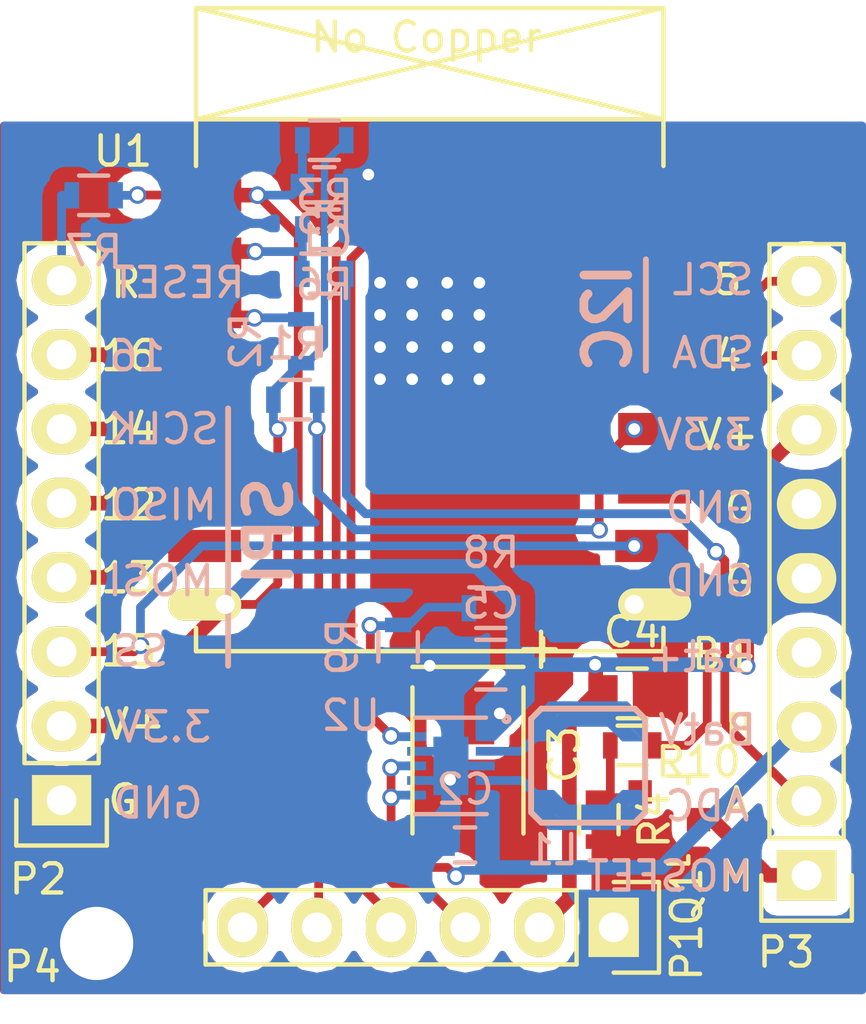
<source format=kicad_pcb>
(kicad_pcb (version 4) (host pcbnew 4.0.4-stable)

  (general
    (links 73)
    (no_connects 1)
    (area 137.966667 98.228599 173.333334 135.075)
    (thickness 1.6)
    (drawings 38)
    (tracks 294)
    (zones 0)
    (modules 23)
    (nets 24)
  )

  (page A4)
  (layers
    (0 F.Cu signal)
    (31 B.Cu signal)
    (32 B.Adhes user)
    (33 F.Adhes user)
    (34 B.Paste user)
    (35 F.Paste user)
    (36 B.SilkS user)
    (37 F.SilkS user)
    (38 B.Mask user hide)
    (39 F.Mask user hide)
    (40 Dwgs.User user)
    (41 Cmts.User user)
    (42 Eco1.User user)
    (43 Eco2.User user hide)
    (44 Edge.Cuts user)
    (45 Margin user)
    (46 B.CrtYd user hide)
    (47 F.CrtYd user)
    (48 B.Fab user hide)
    (49 F.Fab user hide)
  )

  (setup
    (last_trace_width 0.5)
    (user_trace_width 0.3)
    (user_trace_width 0.4)
    (user_trace_width 0.5)
    (user_trace_width 1)
    (trace_clearance 0.1)
    (zone_clearance 0.1)
    (zone_45_only yes)
    (trace_min 0.2)
    (segment_width 0.2)
    (edge_width 0.15)
    (via_size 0.6)
    (via_drill 0.4)
    (via_min_size 0.4)
    (via_min_drill 0.3)
    (uvia_size 0.3)
    (uvia_drill 0.1)
    (uvias_allowed no)
    (uvia_min_size 0.2)
    (uvia_min_drill 0.1)
    (pcb_text_width 0.3)
    (pcb_text_size 1.5 1.5)
    (mod_edge_width 0.15)
    (mod_text_size 1 1)
    (mod_text_width 0.15)
    (pad_size 2.5 1.1)
    (pad_drill 0.65)
    (pad_to_mask_clearance 0.2)
    (aux_axis_origin 0 0)
    (visible_elements 7FFFFFFF)
    (pcbplotparams
      (layerselection 0x00030_80000001)
      (usegerberextensions false)
      (excludeedgelayer true)
      (linewidth 0.100000)
      (plotframeref false)
      (viasonmask false)
      (mode 1)
      (useauxorigin false)
      (hpglpennumber 1)
      (hpglpenspeed 20)
      (hpglpendiameter 15)
      (hpglpenoverlay 2)
      (psnegative false)
      (psa4output false)
      (plotreference true)
      (plotvalue true)
      (plotinvisibletext false)
      (padsonsilk false)
      (subtractmaskfromsilk false)
      (outputformat 1)
      (mirror false)
      (drillshape 1)
      (scaleselection 1)
      (outputdirectory ""))
  )

  (net 0 "")
  (net 1 /RES)
  (net 2 GND)
  (net 3 VCC)
  (net 4 +3V3)
  (net 5 "Net-(L1-Pad1)")
  (net 6 "Net-(L1-Pad2)")
  (net 7 /TX)
  (net 8 /RX)
  (net 9 /GPIO0)
  (net 10 /GPIO5)
  (net 11 /GPIO4)
  (net 12 /GPIO14)
  (net 13 /GPIO12)
  (net 14 /GPIO13)
  (net 15 /GPIO15)
  (net 16 /ADC-EX)
  (net 17 /EN)
  (net 18 /ADC)
  (net 19 /GPIO16)
  (net 20 "Net-(R8-Pad2)")
  (net 21 "Net-(Q1-Pad1)")
  (net 22 /MOSFET)
  (net 23 "Net-(P2-Pad8)")

  (net_class Default "This is the default net class."
    (clearance 0.1)
    (trace_width 0.25)
    (via_dia 0.6)
    (via_drill 0.4)
    (uvia_dia 0.3)
    (uvia_drill 0.1)
    (add_net +3V3)
    (add_net /ADC)
    (add_net /ADC-EX)
    (add_net /EN)
    (add_net /GPIO0)
    (add_net /GPIO12)
    (add_net /GPIO13)
    (add_net /GPIO14)
    (add_net /GPIO15)
    (add_net /GPIO16)
    (add_net /GPIO4)
    (add_net /GPIO5)
    (add_net /MOSFET)
    (add_net /RES)
    (add_net /RX)
    (add_net /TX)
    (add_net GND)
    (add_net "Net-(L1-Pad1)")
    (add_net "Net-(L1-Pad2)")
    (add_net "Net-(P2-Pad8)")
    (add_net "Net-(Q1-Pad1)")
    (add_net "Net-(R8-Pad2)")
    (add_net VCC)
  )

  (module ESP8266:ESP-07v2 (layer F.Cu) (tedit 58D5497D) (tstamp 58D3D695)
    (at 148.5011 105.0036)
    (descr "Module, ESP-8266, ESP-07v2, 16 pad, SMD")
    (tags "Module ESP-8266 ESP8266")
    (path /58D3D45B)
    (fp_text reference U1 (at -3.5 -1.5) (layer F.SilkS)
      (effects (font (size 1 1) (thickness 0.15)))
    )
    (fp_text value ESP-07v2 (at 7.25 2.25) (layer F.Fab)
      (effects (font (size 1 1) (thickness 0.15)))
    )
    (fp_line (start -2.25 -0.5) (end -2.25 -6.65) (layer F.CrtYd) (width 0.05))
    (fp_line (start -2.25 -6.65) (end 16.25 -6.65) (layer F.CrtYd) (width 0.05))
    (fp_line (start 16.25 -6.65) (end 16.25 16) (layer F.CrtYd) (width 0.05))
    (fp_line (start 16.25 16) (end -2.25 16) (layer F.CrtYd) (width 0.05))
    (fp_line (start -2.25 16) (end -2.25 -0.5) (layer F.CrtYd) (width 0.05))
    (fp_line (start -1 -6.4) (end 15 -6.4) (layer F.SilkS) (width 0.1524))
    (fp_line (start 15 -6.4) (end 15 -1) (layer F.SilkS) (width 0.1524))
    (fp_line (start -1 -6.4) (end -1 -1) (layer F.SilkS) (width 0.1524))
    (fp_line (start -1 14.8) (end -1 15.6) (layer F.SilkS) (width 0.1524))
    (fp_line (start -1 15.6) (end 15 15.6) (layer F.SilkS) (width 0.1524))
    (fp_line (start 15 15.6) (end 15 14.8) (layer F.SilkS) (width 0.1524))
    (fp_line (start 15 -6.4) (end -1 -2.6) (layer F.SilkS) (width 0.1524))
    (fp_line (start -1 -6.4) (end 15 -2.6) (layer F.SilkS) (width 0.1524))
    (fp_text user "No Copper" (at 6.892 -5.4) (layer F.SilkS)
      (effects (font (size 1 1) (thickness 0.15)))
    )
    (fp_line (start -1.008 -2.6) (end 14.992 -2.6) (layer F.SilkS) (width 0.1524))
    (fp_line (start 15 -6.4) (end 15 15.6) (layer F.Fab) (width 0.05))
    (fp_line (start 15 15.6) (end -1 15.6) (layer F.Fab) (width 0.05))
    (fp_line (start -1.008 15.6) (end -1.008 -6.4) (layer F.Fab) (width 0.05))
    (fp_line (start -1 -6.4) (end 15 -6.4) (layer F.Fab) (width 0.05))
    (pad 1 smd rect (at 0 0) (size 2.5 1.1) (drill (offset -0.7 0)) (layers F.Cu F.Paste F.Mask)
      (net 1 /RES))
    (pad 2 smd rect (at 0 2) (size 2.5 1.1) (drill (offset -0.7 0)) (layers F.Cu F.Paste F.Mask)
      (net 18 /ADC))
    (pad 3 smd rect (at 0 4) (size 2.5 1.1) (drill (offset -0.7 0)) (layers F.Cu F.Paste F.Mask)
      (net 17 /EN))
    (pad 4 smd rect (at 0 6) (size 2.5 1.1) (drill (offset -0.7 0)) (layers F.Cu F.Paste F.Mask)
      (net 19 /GPIO16))
    (pad 5 smd rect (at 0 8) (size 2.5 1.1) (drill (offset -0.7 0)) (layers F.Cu F.Paste F.Mask)
      (net 12 /GPIO14))
    (pad 6 smd rect (at 0 10) (size 2.5 1.1) (drill (offset -0.7 0)) (layers F.Cu F.Paste F.Mask)
      (net 13 /GPIO12))
    (pad 7 smd rect (at 0 12) (size 2.5 1.1) (drill (offset -0.7 0)) (layers F.Cu F.Paste F.Mask)
      (net 14 /GPIO13))
    (pad 8 thru_hole oval (at 0 14) (size 2.5 1.1) (drill 0.65 (offset -0.7 0)) (layers *.Cu *.Mask F.SilkS)
      (net 4 +3V3))
    (pad 9 thru_hole oval (at 14 14) (size 2.5 1.1) (drill 0.65 (offset 0.7 0)) (layers *.Cu *.Mask F.SilkS)
      (net 2 GND))
    (pad 10 smd rect (at 14 12) (size 2.5 1.1) (drill (offset 0.6 0)) (layers F.Cu F.Paste F.Mask)
      (net 15 /GPIO15))
    (pad 11 smd rect (at 14 10) (size 2.5 1.1) (drill (offset 0.7 0)) (layers F.Cu F.Paste F.Mask))
    (pad 12 smd rect (at 14 8) (size 2.5 1.1) (drill (offset 0.7 0)) (layers F.Cu F.Paste F.Mask)
      (net 9 /GPIO0))
    (pad 13 smd rect (at 14 6) (size 2.5 1.1) (drill (offset 0.7 0)) (layers F.Cu F.Paste F.Mask)
      (net 11 /GPIO4))
    (pad 14 smd rect (at 14 4) (size 2.5 1.1) (drill (offset 0.7 0)) (layers F.Cu F.Paste F.Mask)
      (net 10 /GPIO5))
    (pad 15 smd rect (at 14 2) (size 2.5 1.1) (drill (offset 0.7 0)) (layers F.Cu F.Paste F.Mask)
      (net 8 /RX))
    (pad 16 smd rect (at 14 0) (size 2.5 1.1) (drill (offset 0.7 0)) (layers F.Cu F.Paste F.Mask)
      (net 7 /TX))
    (model ${ESPLIB}/ESP8266.3dshapes/ESP-07v2.wrl
      (at (xyz 0 0 0))
      (scale (xyz 0.3937 0.3937 0.3937))
      (rotate (xyz 0 0 0))
    )
  )

  (module Pin_Headers:Pin_Header_Straight_1x09 (layer F.Cu) (tedit 0) (tstamp 58D537E8)
    (at 168.4 128.27 180)
    (descr "Through hole pin header")
    (tags "pin header")
    (path /58D5B21C)
    (fp_text reference P3 (at 0.7 -2.63 180) (layer F.SilkS)
      (effects (font (size 1 1) (thickness 0.15)))
    )
    (fp_text value CONN_01X09 (at 0 -3.1 180) (layer F.Fab)
      (effects (font (size 1 1) (thickness 0.15)))
    )
    (fp_line (start -1.75 -1.75) (end -1.75 22.1) (layer F.CrtYd) (width 0.05))
    (fp_line (start 1.75 -1.75) (end 1.75 22.1) (layer F.CrtYd) (width 0.05))
    (fp_line (start -1.75 -1.75) (end 1.75 -1.75) (layer F.CrtYd) (width 0.05))
    (fp_line (start -1.75 22.1) (end 1.75 22.1) (layer F.CrtYd) (width 0.05))
    (fp_line (start 1.27 1.27) (end 1.27 21.59) (layer F.SilkS) (width 0.15))
    (fp_line (start 1.27 21.59) (end -1.27 21.59) (layer F.SilkS) (width 0.15))
    (fp_line (start -1.27 21.59) (end -1.27 1.27) (layer F.SilkS) (width 0.15))
    (fp_line (start 1.55 -1.55) (end 1.55 0) (layer F.SilkS) (width 0.15))
    (fp_line (start 1.27 1.27) (end -1.27 1.27) (layer F.SilkS) (width 0.15))
    (fp_line (start -1.55 0) (end -1.55 -1.55) (layer F.SilkS) (width 0.15))
    (fp_line (start -1.55 -1.55) (end 1.55 -1.55) (layer F.SilkS) (width 0.15))
    (pad 1 thru_hole rect (at 0 0 180) (size 2.032 1.7272) (drill 1.016) (layers *.Cu *.Mask F.SilkS)
      (net 22 /MOSFET))
    (pad 2 thru_hole oval (at 0 2.54 180) (size 2.032 1.7272) (drill 1.016) (layers *.Cu *.Mask F.SilkS)
      (net 16 /ADC-EX))
    (pad 3 thru_hole oval (at 0 5.08 180) (size 2.032 1.7272) (drill 1.016) (layers *.Cu *.Mask F.SilkS)
      (net 3 VCC))
    (pad 4 thru_hole oval (at 0 7.62 180) (size 2.032 1.7272) (drill 1.016) (layers *.Cu *.Mask F.SilkS)
      (net 3 VCC))
    (pad 5 thru_hole oval (at 0 10.16 180) (size 2.032 1.7272) (drill 1.016) (layers *.Cu *.Mask F.SilkS)
      (net 2 GND))
    (pad 6 thru_hole oval (at 0 12.7 180) (size 2.032 1.7272) (drill 1.016) (layers *.Cu *.Mask F.SilkS)
      (net 2 GND))
    (pad 7 thru_hole oval (at 0 15.24 180) (size 2.032 1.7272) (drill 1.016) (layers *.Cu *.Mask F.SilkS)
      (net 4 +3V3))
    (pad 8 thru_hole oval (at 0 17.78 180) (size 2.032 1.7272) (drill 1.016) (layers *.Cu *.Mask F.SilkS)
      (net 11 /GPIO4))
    (pad 9 thru_hole oval (at 0 20.32 180) (size 2.032 1.7272) (drill 1.016) (layers *.Cu *.Mask F.SilkS)
      (net 10 /GPIO5))
    (model Pin_Headers.3dshapes/Pin_Header_Straight_1x09.wrl
      (at (xyz 0 -0.4 0))
      (scale (xyz 1 1 1))
      (rotate (xyz 0 0 90))
    )
  )

  (module footprints:LPS4018 (layer B.Cu) (tedit 58D584A8) (tstamp 58D3F887)
    (at 160.921343 124.518031 90)
    (descr "SELF WE-TPC/M")
    (path /58D42BCB)
    (attr smd)
    (fp_text reference L1 (at -2.881969 -1.221343 180) (layer B.SilkS)
      (effects (font (size 1 1) (thickness 0.15)) (justify mirror))
    )
    (fp_text value INDUCTOR (at 0.318031 3.178657 90) (layer B.SilkS) hide
      (effects (font (size 0.8001 0.8001) (thickness 0.16002)) (justify mirror))
    )
    (fp_line (start 1.95 1.6) (end 1.6 1.95) (layer B.SilkS) (width 0.2032))
    (fp_line (start 1.95 1.6) (end 1.95 -1.6) (layer B.SilkS) (width 0.2032))
    (fp_line (start 1.95 -1.6) (end 1.6 -1.95) (layer B.SilkS) (width 0.2032))
    (fp_line (start 1.6 -1.95) (end -1.6 -1.95) (layer B.SilkS) (width 0.2032))
    (fp_line (start -1.6 -1.95) (end -1.95 -1.6) (layer B.SilkS) (width 0.2032))
    (fp_line (start -1.95 -1.6) (end -1.95 1.6) (layer B.SilkS) (width 0.2032))
    (fp_line (start -1.95 1.6) (end -1.6 1.95) (layer B.SilkS) (width 0.2032))
    (fp_line (start -1.6 1.95) (end 1.6 1.95) (layer B.SilkS) (width 0.2032))
    (pad 1 smd rect (at -1.765 0) (size 2 0.87) (layers B.Cu B.Paste B.Mask)
      (net 5 "Net-(L1-Pad1)"))
    (pad 2 smd rect (at 1.765 0 180) (size 2 0.87) (layers B.Cu B.Paste B.Mask)
      (net 6 "Net-(L1-Pad2)"))
    (pad 1 smd trapezoid (at -1.708 1.45 45) (size 1.39 0.547) (rect_delta 0 -0.547 ) (layers B.Cu B.Paste B.Mask)
      (net 5 "Net-(L1-Pad1)"))
    (pad 1 smd trapezoid (at -1.32 1.064 225) (size 1.39 0.547) (rect_delta 0 -0.547 ) (layers B.Cu B.Paste B.Mask)
      (net 5 "Net-(L1-Pad1)"))
    (pad 2 smd trapezoid (at 1.708 1.45 135) (size 1.39 0.547) (rect_delta 0 -0.547 ) (layers B.Cu B.Paste B.Mask)
      (net 6 "Net-(L1-Pad2)"))
    (pad 2 smd trapezoid (at 1.32 1.064 315) (size 1.39 0.547) (rect_delta 0 -0.547 ) (layers B.Cu B.Paste B.Mask)
      (net 6 "Net-(L1-Pad2)"))
    (pad 1 smd trapezoid (at -1.32 -1.064 135) (size 1.39 0.547) (rect_delta 0 -0.547 ) (layers B.Cu B.Paste B.Mask)
      (net 5 "Net-(L1-Pad1)"))
    (pad 1 smd trapezoid (at -1.708 -1.45 315) (size 1.39 0.547) (rect_delta 0 -0.547 ) (layers B.Cu B.Paste B.Mask)
      (net 5 "Net-(L1-Pad1)"))
    (pad 2 smd trapezoid (at 1.32 -1.064 45) (size 1.39 0.547) (rect_delta 0 -0.547 ) (layers B.Cu B.Paste B.Mask)
      (net 6 "Net-(L1-Pad2)"))
    (pad 2 smd trapezoid (at 1.708 -1.45 225) (size 1.39 0.547) (rect_delta 0 -0.547 ) (layers B.Cu B.Paste B.Mask)
      (net 6 "Net-(L1-Pad2)"))
    (model smd/cms_self.wrl
      (at (xyz 0 0 0))
      (scale (xyz 0.4 0.4 0.1))
      (rotate (xyz 0 0 0))
    )
  )

  (module Pin_Headers:Pin_Header_Straight_1x06 (layer F.Cu) (tedit 0) (tstamp 58D3F891)
    (at 161.798 130.048 270)
    (descr "Through hole pin header")
    (tags "pin header")
    (path /58D40827)
    (fp_text reference P1 (at 0.852 -2.502 270) (layer F.SilkS)
      (effects (font (size 1 1) (thickness 0.15)))
    )
    (fp_text value CONN_01X06 (at 0 -3.1 270) (layer F.Fab)
      (effects (font (size 1 1) (thickness 0.15)))
    )
    (fp_line (start -1.75 -1.75) (end -1.75 14.45) (layer F.CrtYd) (width 0.05))
    (fp_line (start 1.75 -1.75) (end 1.75 14.45) (layer F.CrtYd) (width 0.05))
    (fp_line (start -1.75 -1.75) (end 1.75 -1.75) (layer F.CrtYd) (width 0.05))
    (fp_line (start -1.75 14.45) (end 1.75 14.45) (layer F.CrtYd) (width 0.05))
    (fp_line (start 1.27 1.27) (end 1.27 13.97) (layer F.SilkS) (width 0.15))
    (fp_line (start 1.27 13.97) (end -1.27 13.97) (layer F.SilkS) (width 0.15))
    (fp_line (start -1.27 13.97) (end -1.27 1.27) (layer F.SilkS) (width 0.15))
    (fp_line (start 1.55 -1.55) (end 1.55 0) (layer F.SilkS) (width 0.15))
    (fp_line (start 1.27 1.27) (end -1.27 1.27) (layer F.SilkS) (width 0.15))
    (fp_line (start -1.55 0) (end -1.55 -1.55) (layer F.SilkS) (width 0.15))
    (fp_line (start -1.55 -1.55) (end 1.55 -1.55) (layer F.SilkS) (width 0.15))
    (pad 1 thru_hole rect (at 0 0 270) (size 2.032 1.7272) (drill 1.016) (layers *.Cu *.Mask F.SilkS)
      (net 2 GND))
    (pad 2 thru_hole oval (at 0 2.54 270) (size 2.032 1.7272) (drill 1.016) (layers *.Cu *.Mask F.SilkS)
      (net 4 +3V3))
    (pad 3 thru_hole oval (at 0 5.08 270) (size 2.032 1.7272) (drill 1.016) (layers *.Cu *.Mask F.SilkS)
      (net 7 /TX))
    (pad 4 thru_hole oval (at 0 7.62 270) (size 2.032 1.7272) (drill 1.016) (layers *.Cu *.Mask F.SilkS)
      (net 8 /RX))
    (pad 5 thru_hole oval (at 0 10.16 270) (size 2.032 1.7272) (drill 1.016) (layers *.Cu *.Mask F.SilkS)
      (net 9 /GPIO0))
    (pad 6 thru_hole oval (at 0 12.7 270) (size 2.032 1.7272) (drill 1.016) (layers *.Cu *.Mask F.SilkS)
      (net 1 /RES))
    (model Pin_Headers.3dshapes/Pin_Header_Straight_1x06.wrl
      (at (xyz 0 -0.25 0))
      (scale (xyz 1 1 1))
      (rotate (xyz 0 0 90))
    )
  )

  (module Housings_QFP:DSK-10Pin-VSON (layer B.Cu) (tedit 58D3EAAA) (tstamp 58D3F8F2)
    (at 156.227143 124.526031 180)
    (descr "10-Lead Plastic Dual Flat, No Lead Package (MF) - 3x3x0.9 mm Body [DFN] (see Microchip Packaging Specification 00000049BS.pdf)")
    (tags "DFN 0.5")
    (path /58D46B19)
    (attr smd)
    (fp_text reference U2 (at 3.427143 1.726031 180) (layer B.SilkS)
      (effects (font (size 1 1) (thickness 0.15)) (justify mirror))
    )
    (fp_text value TPS63030 (at 0 -2.575 180) (layer B.Fab)
      (effects (font (size 1 1) (thickness 0.15)) (justify mirror))
    )
    (fp_circle (center -1.9 1.6) (end -1.8 1.6) (layer B.SilkS) (width 0.15))
    (fp_line (start -2.15 1.85) (end -2.15 -1.85) (layer B.CrtYd) (width 0.05))
    (fp_line (start 2.15 1.85) (end 2.15 -1.85) (layer B.CrtYd) (width 0.05))
    (fp_line (start -2.15 1.85) (end 2.15 1.85) (layer B.CrtYd) (width 0.05))
    (fp_line (start -2.15 -1.85) (end 2.15 -1.85) (layer B.CrtYd) (width 0.05))
    (fp_line (start -1.225 -1.65) (end 1.225 -1.65) (layer B.SilkS) (width 0.15))
    (fp_line (start -1.200515 1.65) (end 1.225 1.65) (layer B.SilkS) (width 0.15))
    (pad 1 smd rect (at -1.175 1 180) (size 0.65 0.3) (layers B.Cu B.Paste B.Mask)
      (net 4 +3V3))
    (pad 2 smd rect (at -1.175 0.5 180) (size 0.65 0.3) (layers B.Cu B.Paste B.Mask)
      (net 6 "Net-(L1-Pad2)"))
    (pad 3 smd rect (at -1.175 0 180) (size 0.65 0.3) (layers B.Cu B.Paste B.Mask)
      (net 2 GND))
    (pad 4 smd rect (at -1.175 -0.5 180) (size 0.65 0.3) (layers B.Cu B.Paste B.Mask)
      (net 5 "Net-(L1-Pad1)"))
    (pad 5 smd rect (at -1.175 -1 180) (size 0.65 0.3) (layers B.Cu B.Paste B.Mask)
      (net 3 VCC))
    (pad 6 smd rect (at 1.175 -1 180) (size 0.65 0.3) (layers B.Cu B.Paste B.Mask)
      (net 3 VCC))
    (pad 7 smd rect (at 1.175 -0.5 180) (size 0.65 0.3) (layers B.Cu B.Paste B.Mask)
      (net 2 GND))
    (pad 8 smd rect (at 1.175 0 180) (size 0.65 0.3) (layers B.Cu B.Paste B.Mask)
      (net 3 VCC))
    (pad 9 smd rect (at 1.175 0.5 180) (size 0.65 0.3) (layers B.Cu B.Paste B.Mask)
      (net 2 GND))
    (pad 10 smd rect (at 1.175 1 180) (size 0.65 0.3) (layers B.Cu B.Paste B.Mask)
      (net 20 "Net-(R8-Pad2)"))
    (pad 11 smd rect (at 0.3 -0.5 180) (size 0.6 1) (layers B.Cu B.Paste B.Mask)
      (net 2 GND) (solder_paste_margin_ratio -0.2))
    (pad 11 smd rect (at 0.3 0.5 180) (size 0.6 1) (layers B.Cu B.Paste B.Mask)
      (net 2 GND) (solder_paste_margin_ratio -0.2))
    (pad 11 smd rect (at -0.3 -0.5 180) (size 0.6 1) (layers B.Cu B.Paste B.Mask)
      (net 2 GND) (solder_paste_margin_ratio -0.2))
    (pad 11 smd rect (at -0.3 0.5 180) (size 0.6 1) (layers B.Cu B.Paste B.Mask)
      (net 2 GND) (solder_paste_margin_ratio -0.2))
    (model Housings_DFN_QFN.3dshapes/DFN-10-1EP_3x3mm_Pitch0.5mm.wrl
      (at (xyz 0 0 0))
      (scale (xyz 1 1 1))
      (rotate (xyz 0 0 0))
    )
  )

  (module TO_SOT_Packages_SMD:SOT-23 (layer F.Cu) (tedit 553634F8) (tstamp 58D51FB5)
    (at 163.703 126.365 270)
    (descr "SOT-23, Standard")
    (tags SOT-23)
    (path /58D53420)
    (attr smd)
    (fp_text reference Q1 (at 2.635 -0.597 270) (layer F.SilkS)
      (effects (font (size 1 1) (thickness 0.15)))
    )
    (fp_text value Q_NMOS_GSD (at 0 2.3 270) (layer F.Fab)
      (effects (font (size 1 1) (thickness 0.15)))
    )
    (fp_line (start -1.65 -1.6) (end 1.65 -1.6) (layer F.CrtYd) (width 0.05))
    (fp_line (start 1.65 -1.6) (end 1.65 1.6) (layer F.CrtYd) (width 0.05))
    (fp_line (start 1.65 1.6) (end -1.65 1.6) (layer F.CrtYd) (width 0.05))
    (fp_line (start -1.65 1.6) (end -1.65 -1.6) (layer F.CrtYd) (width 0.05))
    (fp_line (start 1.29916 -0.65024) (end 1.2509 -0.65024) (layer F.SilkS) (width 0.15))
    (fp_line (start -1.49982 0.0508) (end -1.49982 -0.65024) (layer F.SilkS) (width 0.15))
    (fp_line (start -1.49982 -0.65024) (end -1.2509 -0.65024) (layer F.SilkS) (width 0.15))
    (fp_line (start 1.29916 -0.65024) (end 1.49982 -0.65024) (layer F.SilkS) (width 0.15))
    (fp_line (start 1.49982 -0.65024) (end 1.49982 0.0508) (layer F.SilkS) (width 0.15))
    (pad 1 smd rect (at -0.95 1.00076 270) (size 0.8001 0.8001) (layers F.Cu F.Paste F.Mask)
      (net 21 "Net-(Q1-Pad1)"))
    (pad 2 smd rect (at 0.95 1.00076 270) (size 0.8001 0.8001) (layers F.Cu F.Paste F.Mask)
      (net 2 GND))
    (pad 3 smd rect (at 0 -0.99822 270) (size 0.8001 0.8001) (layers F.Cu F.Paste F.Mask)
      (net 22 /MOSFET))
    (model TO_SOT_Packages_SMD.3dshapes/SOT-23.wrl
      (at (xyz 0 0 0))
      (scale (xyz 1 1 1))
      (rotate (xyz 0 0 0))
    )
  )

  (module Pin_Headers:Pin_Header_Straight_1x08 (layer F.Cu) (tedit 0) (tstamp 58D534E1)
    (at 142.9 125.7 180)
    (descr "Through hole pin header")
    (tags "pin header")
    (path /58D57D5C)
    (fp_text reference P2 (at 0.8 -2.7 180) (layer F.SilkS)
      (effects (font (size 1 1) (thickness 0.15)))
    )
    (fp_text value CONN_01X08 (at 0 -3.1 180) (layer F.Fab)
      (effects (font (size 1 1) (thickness 0.15)))
    )
    (fp_line (start -1.75 -1.75) (end -1.75 19.55) (layer F.CrtYd) (width 0.05))
    (fp_line (start 1.75 -1.75) (end 1.75 19.55) (layer F.CrtYd) (width 0.05))
    (fp_line (start -1.75 -1.75) (end 1.75 -1.75) (layer F.CrtYd) (width 0.05))
    (fp_line (start -1.75 19.55) (end 1.75 19.55) (layer F.CrtYd) (width 0.05))
    (fp_line (start 1.27 1.27) (end 1.27 19.05) (layer F.SilkS) (width 0.15))
    (fp_line (start 1.27 19.05) (end -1.27 19.05) (layer F.SilkS) (width 0.15))
    (fp_line (start -1.27 19.05) (end -1.27 1.27) (layer F.SilkS) (width 0.15))
    (fp_line (start 1.55 -1.55) (end 1.55 0) (layer F.SilkS) (width 0.15))
    (fp_line (start 1.27 1.27) (end -1.27 1.27) (layer F.SilkS) (width 0.15))
    (fp_line (start -1.55 0) (end -1.55 -1.55) (layer F.SilkS) (width 0.15))
    (fp_line (start -1.55 -1.55) (end 1.55 -1.55) (layer F.SilkS) (width 0.15))
    (pad 1 thru_hole rect (at 0 0 180) (size 2.032 1.7272) (drill 1.016) (layers *.Cu *.Mask F.SilkS)
      (net 2 GND))
    (pad 2 thru_hole oval (at 0 2.54 180) (size 2.032 1.7272) (drill 1.016) (layers *.Cu *.Mask F.SilkS)
      (net 4 +3V3))
    (pad 3 thru_hole oval (at 0 5.08 180) (size 2.032 1.7272) (drill 1.016) (layers *.Cu *.Mask F.SilkS)
      (net 15 /GPIO15))
    (pad 4 thru_hole oval (at 0 7.62 180) (size 2.032 1.7272) (drill 1.016) (layers *.Cu *.Mask F.SilkS)
      (net 14 /GPIO13))
    (pad 5 thru_hole oval (at 0 10.16 180) (size 2.032 1.7272) (drill 1.016) (layers *.Cu *.Mask F.SilkS)
      (net 13 /GPIO12))
    (pad 6 thru_hole oval (at 0 12.7 180) (size 2.032 1.7272) (drill 1.016) (layers *.Cu *.Mask F.SilkS)
      (net 12 /GPIO14))
    (pad 7 thru_hole oval (at 0 15.24 180) (size 2.032 1.7272) (drill 1.016) (layers *.Cu *.Mask F.SilkS)
      (net 19 /GPIO16))
    (pad 8 thru_hole oval (at 0 17.78 180) (size 2.032 1.7272) (drill 1.016) (layers *.Cu *.Mask F.SilkS)
      (net 23 "Net-(P2-Pad8)"))
    (model Pin_Headers.3dshapes/Pin_Header_Straight_1x08.wrl
      (at (xyz 0 -0.35 0))
      (scale (xyz 1 1 1))
      (rotate (xyz 0 0 90))
    )
  )

  (module Mounting_Holes:MountingHole_2.5mm (layer F.Cu) (tedit 56D1B4CB) (tstamp 58D5B7F2)
    (at 144.1 130.6)
    (descr "Mounting Hole 2.5mm, no annular")
    (tags "mounting hole 2.5mm no annular")
    (path /58D58C94)
    (fp_text reference P4 (at -2.2 0.8) (layer F.SilkS)
      (effects (font (size 1 1) (thickness 0.15)))
    )
    (fp_text value CONN_01X01 (at 0 3.5) (layer F.Fab)
      (effects (font (size 1 1) (thickness 0.15)))
    )
    (fp_circle (center 0 0) (end 2.5 0) (layer Cmts.User) (width 0.15))
    (fp_circle (center 0 0) (end 2.75 0) (layer F.CrtYd) (width 0.05))
    (pad 1 np_thru_hole circle (at 0 0) (size 2.5 2.5) (drill 2.5) (layers *.Cu *.Mask F.SilkS)
      (net 2 GND))
  )

  (module Capacitors_Tantalum_SMD:TantalC_SizeB_EIA-3528_Wave (layer F.Cu) (tedit 0) (tstamp 58D5CAEE)
    (at 156.81 124.34 270)
    (descr "Tantal Cap. , Size B, EIA-3528, Wave,")
    (tags "Tantal Cap. , Size B, EIA-3528, Wave,")
    (path /58D5D746)
    (attr smd)
    (fp_text reference C3 (at -0.20066 -3.29946 270) (layer F.SilkS)
      (effects (font (size 1 1) (thickness 0.15)))
    )
    (fp_text value 100u (at -0.09906 3.59918 270) (layer F.Fab)
      (effects (font (size 1 1) (thickness 0.15)))
    )
    (fp_text user + (at -3.79984 -2.49936 270) (layer F.SilkS)
      (effects (font (size 1 1) (thickness 0.15)))
    )
    (fp_line (start -3.2004 -1.89992) (end -3.2004 1.89992) (layer F.SilkS) (width 0.15))
    (fp_line (start 2.49936 -1.89992) (end -2.49936 -1.89992) (layer F.SilkS) (width 0.15))
    (fp_line (start 2.49682 1.89992) (end -2.5019 1.89992) (layer F.SilkS) (width 0.15))
    (fp_line (start -3.80238 -3.00228) (end -3.80238 -1.90246) (layer F.SilkS) (width 0.15))
    (fp_line (start -4.40182 -2.5019) (end -3.20294 -2.5019) (layer F.SilkS) (width 0.15))
    (pad 2 smd rect (at 1.6256 0 270) (size 2.14884 1.80086) (layers F.Cu F.Paste F.Mask)
      (net 2 GND))
    (pad 1 smd rect (at -1.6256 0 270) (size 2.14884 1.80086) (layers F.Cu F.Paste F.Mask)
      (net 4 +3V3))
    (model Capacitors_Tantalum_SMD.3dshapes/TantalC_SizeB_EIA-3528_Wave.wrl
      (at (xyz 0 0 0))
      (scale (xyz 1 1 1))
      (rotate (xyz 0 0 180))
    )
  )

  (module Capacitors_SMD:C_0603 (layer B.Cu) (tedit 5415D631) (tstamp 58D5EA3F)
    (at 151.892 104.648)
    (descr "Capacitor SMD 0603, reflow soldering, AVX (see smccp.pdf)")
    (tags "capacitor 0603")
    (path /58D3E9C9)
    (attr smd)
    (fp_text reference C1 (at 0 1.9) (layer B.SilkS)
      (effects (font (size 1 1) (thickness 0.15)) (justify mirror))
    )
    (fp_text value 470p (at 0 -1.9) (layer B.Fab)
      (effects (font (size 1 1) (thickness 0.15)) (justify mirror))
    )
    (fp_line (start -1.45 0.75) (end 1.45 0.75) (layer B.CrtYd) (width 0.05))
    (fp_line (start -1.45 -0.75) (end 1.45 -0.75) (layer B.CrtYd) (width 0.05))
    (fp_line (start -1.45 0.75) (end -1.45 -0.75) (layer B.CrtYd) (width 0.05))
    (fp_line (start 1.45 0.75) (end 1.45 -0.75) (layer B.CrtYd) (width 0.05))
    (fp_line (start -0.35 0.6) (end 0.35 0.6) (layer B.SilkS) (width 0.15))
    (fp_line (start 0.35 -0.6) (end -0.35 -0.6) (layer B.SilkS) (width 0.15))
    (pad 1 smd rect (at -0.75 0) (size 0.8 0.75) (layers B.Cu B.Paste B.Mask)
      (net 1 /RES))
    (pad 2 smd rect (at 0.75 0) (size 0.8 0.75) (layers B.Cu B.Paste B.Mask)
      (net 2 GND))
    (model Capacitors_SMD.3dshapes/C_0603.wrl
      (at (xyz 0 0 0))
      (scale (xyz 1 1 1))
      (rotate (xyz 0 0 0))
    )
  )

  (module Capacitors_SMD:C_0603 (layer B.Cu) (tedit 5415D631) (tstamp 58D5EA44)
    (at 156.71 127.23 180)
    (descr "Capacitor SMD 0603, reflow soldering, AVX (see smccp.pdf)")
    (tags "capacitor 0603")
    (path /58D44E73)
    (attr smd)
    (fp_text reference C2 (at 0 1.9 180) (layer B.SilkS)
      (effects (font (size 1 1) (thickness 0.15)) (justify mirror))
    )
    (fp_text value 2u2 (at 0 -1.9 180) (layer B.Fab)
      (effects (font (size 1 1) (thickness 0.15)) (justify mirror))
    )
    (fp_line (start -1.45 0.75) (end 1.45 0.75) (layer B.CrtYd) (width 0.05))
    (fp_line (start -1.45 -0.75) (end 1.45 -0.75) (layer B.CrtYd) (width 0.05))
    (fp_line (start -1.45 0.75) (end -1.45 -0.75) (layer B.CrtYd) (width 0.05))
    (fp_line (start 1.45 0.75) (end 1.45 -0.75) (layer B.CrtYd) (width 0.05))
    (fp_line (start -0.35 0.6) (end 0.35 0.6) (layer B.SilkS) (width 0.15))
    (fp_line (start 0.35 -0.6) (end -0.35 -0.6) (layer B.SilkS) (width 0.15))
    (pad 1 smd rect (at -0.75 0 180) (size 0.8 0.75) (layers B.Cu B.Paste B.Mask)
      (net 3 VCC))
    (pad 2 smd rect (at 0.75 0 180) (size 0.8 0.75) (layers B.Cu B.Paste B.Mask)
      (net 2 GND))
    (model Capacitors_SMD.3dshapes/C_0603.wrl
      (at (xyz 0 0 0))
      (scale (xyz 1 1 1))
      (rotate (xyz 0 0 0))
    )
  )

  (module Capacitors_SMD:C_0805 (layer F.Cu) (tedit 5415D6EA) (tstamp 58D5EA49)
    (at 162.433 122.047)
    (descr "Capacitor SMD 0805, reflow soldering, AVX (see smccp.pdf)")
    (tags "capacitor 0805")
    (path /58D44EAA)
    (attr smd)
    (fp_text reference C4 (at 0 -2.1) (layer F.SilkS)
      (effects (font (size 1 1) (thickness 0.15)))
    )
    (fp_text value 10u (at 0 2.1) (layer F.Fab)
      (effects (font (size 1 1) (thickness 0.15)))
    )
    (fp_line (start -1.8 -1) (end 1.8 -1) (layer F.CrtYd) (width 0.05))
    (fp_line (start -1.8 1) (end 1.8 1) (layer F.CrtYd) (width 0.05))
    (fp_line (start -1.8 -1) (end -1.8 1) (layer F.CrtYd) (width 0.05))
    (fp_line (start 1.8 -1) (end 1.8 1) (layer F.CrtYd) (width 0.05))
    (fp_line (start 0.5 -0.85) (end -0.5 -0.85) (layer F.SilkS) (width 0.15))
    (fp_line (start -0.5 0.85) (end 0.5 0.85) (layer F.SilkS) (width 0.15))
    (pad 1 smd rect (at -1 0) (size 1 1.25) (layers F.Cu F.Paste F.Mask)
      (net 4 +3V3))
    (pad 2 smd rect (at 1 0) (size 1 1.25) (layers F.Cu F.Paste F.Mask)
      (net 2 GND))
    (model Capacitors_SMD.3dshapes/C_0805.wrl
      (at (xyz 0 0 0))
      (scale (xyz 1 1 1))
      (rotate (xyz 0 0 0))
    )
  )

  (module Capacitors_SMD:C_0805 (layer B.Cu) (tedit 5415D6EA) (tstamp 58D5EA4E)
    (at 157.593943 121.063631 180)
    (descr "Capacitor SMD 0805, reflow soldering, AVX (see smccp.pdf)")
    (tags "capacitor 0805")
    (path /58D46F58)
    (attr smd)
    (fp_text reference C5 (at 0 2.1 180) (layer B.SilkS)
      (effects (font (size 1 1) (thickness 0.15)) (justify mirror))
    )
    (fp_text value 10u (at 0 -2.1 180) (layer B.Fab)
      (effects (font (size 1 1) (thickness 0.15)) (justify mirror))
    )
    (fp_line (start -1.8 1) (end 1.8 1) (layer B.CrtYd) (width 0.05))
    (fp_line (start -1.8 -1) (end 1.8 -1) (layer B.CrtYd) (width 0.05))
    (fp_line (start -1.8 1) (end -1.8 -1) (layer B.CrtYd) (width 0.05))
    (fp_line (start 1.8 1) (end 1.8 -1) (layer B.CrtYd) (width 0.05))
    (fp_line (start 0.5 0.85) (end -0.5 0.85) (layer B.SilkS) (width 0.15))
    (fp_line (start -0.5 -0.85) (end 0.5 -0.85) (layer B.SilkS) (width 0.15))
    (pad 1 smd rect (at -1 0 180) (size 1 1.25) (layers B.Cu B.Paste B.Mask)
      (net 4 +3V3))
    (pad 2 smd rect (at 1 0 180) (size 1 1.25) (layers B.Cu B.Paste B.Mask)
      (net 2 GND))
    (model Capacitors_SMD.3dshapes/C_0805.wrl
      (at (xyz 0 0 0))
      (scale (xyz 1 1 1))
      (rotate (xyz 0 0 0))
    )
  )

  (module Resistors_SMD:R_0603 (layer B.Cu) (tedit 5415CC62) (tstamp 58D5EA53)
    (at 150.9 112 180)
    (descr "Resistor SMD 0603, reflow soldering, Vishay (see dcrcw.pdf)")
    (tags "resistor 0603")
    (path /58D3E72A)
    (attr smd)
    (fp_text reference R1 (at 0 1.9 180) (layer B.SilkS)
      (effects (font (size 1 1) (thickness 0.15)) (justify mirror))
    )
    (fp_text value 12k (at 0 -1.9 180) (layer B.Fab)
      (effects (font (size 1 1) (thickness 0.15)) (justify mirror))
    )
    (fp_line (start -1.3 0.8) (end 1.3 0.8) (layer B.CrtYd) (width 0.05))
    (fp_line (start -1.3 -0.8) (end 1.3 -0.8) (layer B.CrtYd) (width 0.05))
    (fp_line (start -1.3 0.8) (end -1.3 -0.8) (layer B.CrtYd) (width 0.05))
    (fp_line (start 1.3 0.8) (end 1.3 -0.8) (layer B.CrtYd) (width 0.05))
    (fp_line (start 0.5 -0.675) (end -0.5 -0.675) (layer B.SilkS) (width 0.15))
    (fp_line (start -0.5 0.675) (end 0.5 0.675) (layer B.SilkS) (width 0.15))
    (pad 1 smd rect (at -0.75 0 180) (size 0.5 0.9) (layers B.Cu B.Paste B.Mask)
      (net 9 /GPIO0))
    (pad 2 smd rect (at 0.75 0 180) (size 0.5 0.9) (layers B.Cu B.Paste B.Mask)
      (net 4 +3V3))
    (model Resistors_SMD.3dshapes/R_0603.wrl
      (at (xyz 0 0 0))
      (scale (xyz 1 1 1))
      (rotate (xyz 0 0 0))
    )
  )

  (module Resistors_SMD:R_0603 (layer B.Cu) (tedit 5415CC62) (tstamp 58D5EA58)
    (at 151.1 110 270)
    (descr "Resistor SMD 0603, reflow soldering, Vishay (see dcrcw.pdf)")
    (tags "resistor 0603")
    (path /58D3E766)
    (attr smd)
    (fp_text reference R2 (at 0 1.9 270) (layer B.SilkS)
      (effects (font (size 1 1) (thickness 0.15)) (justify mirror))
    )
    (fp_text value 12k (at 0 -1.9 270) (layer B.Fab)
      (effects (font (size 1 1) (thickness 0.15)) (justify mirror))
    )
    (fp_line (start -1.3 0.8) (end 1.3 0.8) (layer B.CrtYd) (width 0.05))
    (fp_line (start -1.3 -0.8) (end 1.3 -0.8) (layer B.CrtYd) (width 0.05))
    (fp_line (start -1.3 0.8) (end -1.3 -0.8) (layer B.CrtYd) (width 0.05))
    (fp_line (start 1.3 0.8) (end 1.3 -0.8) (layer B.CrtYd) (width 0.05))
    (fp_line (start 0.5 -0.675) (end -0.5 -0.675) (layer B.SilkS) (width 0.15))
    (fp_line (start -0.5 0.675) (end 0.5 0.675) (layer B.SilkS) (width 0.15))
    (pad 1 smd rect (at -0.75 0 270) (size 0.5 0.9) (layers B.Cu B.Paste B.Mask)
      (net 17 /EN))
    (pad 2 smd rect (at 0.75 0 270) (size 0.5 0.9) (layers B.Cu B.Paste B.Mask)
      (net 4 +3V3))
    (model Resistors_SMD.3dshapes/R_0603.wrl
      (at (xyz 0 0 0))
      (scale (xyz 1 1 1))
      (rotate (xyz 0 0 0))
    )
  )

  (module Resistors_SMD:R_0603 (layer B.Cu) (tedit 5415CC62) (tstamp 58D5EA5D)
    (at 151.892 103.124)
    (descr "Resistor SMD 0603, reflow soldering, Vishay (see dcrcw.pdf)")
    (tags "resistor 0603")
    (path /58D3E785)
    (attr smd)
    (fp_text reference R3 (at 0 1.9) (layer B.SilkS)
      (effects (font (size 1 1) (thickness 0.15)) (justify mirror))
    )
    (fp_text value 12k (at 0 -1.9) (layer B.Fab)
      (effects (font (size 1 1) (thickness 0.15)) (justify mirror))
    )
    (fp_line (start -1.3 0.8) (end 1.3 0.8) (layer B.CrtYd) (width 0.05))
    (fp_line (start -1.3 -0.8) (end 1.3 -0.8) (layer B.CrtYd) (width 0.05))
    (fp_line (start -1.3 0.8) (end -1.3 -0.8) (layer B.CrtYd) (width 0.05))
    (fp_line (start 1.3 0.8) (end 1.3 -0.8) (layer B.CrtYd) (width 0.05))
    (fp_line (start 0.5 -0.675) (end -0.5 -0.675) (layer B.SilkS) (width 0.15))
    (fp_line (start -0.5 0.675) (end 0.5 0.675) (layer B.SilkS) (width 0.15))
    (pad 1 smd rect (at -0.75 0) (size 0.5 0.9) (layers B.Cu B.Paste B.Mask)
      (net 1 /RES))
    (pad 2 smd rect (at 0.75 0) (size 0.5 0.9) (layers B.Cu B.Paste B.Mask)
      (net 4 +3V3))
    (model Resistors_SMD.3dshapes/R_0603.wrl
      (at (xyz 0 0 0))
      (scale (xyz 1 1 1))
      (rotate (xyz 0 0 0))
    )
  )

  (module Resistors_SMD:R_0603 (layer F.Cu) (tedit 5415CC62) (tstamp 58D5EA62)
    (at 161.29 126.365 270)
    (descr "Resistor SMD 0603, reflow soldering, Vishay (see dcrcw.pdf)")
    (tags "resistor 0603")
    (path /58D54EFC)
    (attr smd)
    (fp_text reference R4 (at 0 -1.9 270) (layer F.SilkS)
      (effects (font (size 1 1) (thickness 0.15)))
    )
    (fp_text value 12k (at 0 1.9 270) (layer F.Fab)
      (effects (font (size 1 1) (thickness 0.15)))
    )
    (fp_line (start -1.3 -0.8) (end 1.3 -0.8) (layer F.CrtYd) (width 0.05))
    (fp_line (start -1.3 0.8) (end 1.3 0.8) (layer F.CrtYd) (width 0.05))
    (fp_line (start -1.3 -0.8) (end -1.3 0.8) (layer F.CrtYd) (width 0.05))
    (fp_line (start 1.3 -0.8) (end 1.3 0.8) (layer F.CrtYd) (width 0.05))
    (fp_line (start 0.5 0.675) (end -0.5 0.675) (layer F.SilkS) (width 0.15))
    (fp_line (start -0.5 -0.675) (end 0.5 -0.675) (layer F.SilkS) (width 0.15))
    (pad 1 smd rect (at -0.75 0 270) (size 0.5 0.9) (layers F.Cu F.Paste F.Mask)
      (net 21 "Net-(Q1-Pad1)"))
    (pad 2 smd rect (at 0.75 0 270) (size 0.5 0.9) (layers F.Cu F.Paste F.Mask)
      (net 2 GND))
    (model Resistors_SMD.3dshapes/R_0603.wrl
      (at (xyz 0 0 0))
      (scale (xyz 1 1 1))
      (rotate (xyz 0 0 0))
    )
  )

  (module Resistors_SMD:R_0603 (layer B.Cu) (tedit 5415CC62) (tstamp 58D5EA67)
    (at 151.892 107.696 180)
    (descr "Resistor SMD 0603, reflow soldering, Vishay (see dcrcw.pdf)")
    (tags "resistor 0603")
    (path /58D3F549)
    (attr smd)
    (fp_text reference R5 (at 0 1.9 180) (layer B.SilkS)
      (effects (font (size 1 1) (thickness 0.15)) (justify mirror))
    )
    (fp_text value 330k (at 0 -1.9 180) (layer B.Fab)
      (effects (font (size 1 1) (thickness 0.15)) (justify mirror))
    )
    (fp_line (start -1.3 0.8) (end 1.3 0.8) (layer B.CrtYd) (width 0.05))
    (fp_line (start -1.3 -0.8) (end 1.3 -0.8) (layer B.CrtYd) (width 0.05))
    (fp_line (start -1.3 0.8) (end -1.3 -0.8) (layer B.CrtYd) (width 0.05))
    (fp_line (start 1.3 0.8) (end 1.3 -0.8) (layer B.CrtYd) (width 0.05))
    (fp_line (start 0.5 -0.675) (end -0.5 -0.675) (layer B.SilkS) (width 0.15))
    (fp_line (start -0.5 0.675) (end 0.5 0.675) (layer B.SilkS) (width 0.15))
    (pad 1 smd rect (at -0.75 0 180) (size 0.5 0.9) (layers B.Cu B.Paste B.Mask)
      (net 16 /ADC-EX))
    (pad 2 smd rect (at 0.75 0 180) (size 0.5 0.9) (layers B.Cu B.Paste B.Mask)
      (net 18 /ADC))
    (model Resistors_SMD.3dshapes/R_0603.wrl
      (at (xyz 0 0 0))
      (scale (xyz 1 1 1))
      (rotate (xyz 0 0 0))
    )
  )

  (module Resistors_SMD:R_0603 (layer B.Cu) (tedit 5415CC62) (tstamp 58D5EA6C)
    (at 151.892 106.172)
    (descr "Resistor SMD 0603, reflow soldering, Vishay (see dcrcw.pdf)")
    (tags "resistor 0603")
    (path /58D3F570)
    (attr smd)
    (fp_text reference R6 (at 0 1.9) (layer B.SilkS)
      (effects (font (size 1 1) (thickness 0.15)) (justify mirror))
    )
    (fp_text value 100k (at 0 -1.9) (layer B.Fab)
      (effects (font (size 1 1) (thickness 0.15)) (justify mirror))
    )
    (fp_line (start -1.3 0.8) (end 1.3 0.8) (layer B.CrtYd) (width 0.05))
    (fp_line (start -1.3 -0.8) (end 1.3 -0.8) (layer B.CrtYd) (width 0.05))
    (fp_line (start -1.3 0.8) (end -1.3 -0.8) (layer B.CrtYd) (width 0.05))
    (fp_line (start 1.3 0.8) (end 1.3 -0.8) (layer B.CrtYd) (width 0.05))
    (fp_line (start 0.5 -0.675) (end -0.5 -0.675) (layer B.SilkS) (width 0.15))
    (fp_line (start -0.5 0.675) (end 0.5 0.675) (layer B.SilkS) (width 0.15))
    (pad 1 smd rect (at -0.75 0) (size 0.5 0.9) (layers B.Cu B.Paste B.Mask)
      (net 18 /ADC))
    (pad 2 smd rect (at 0.75 0) (size 0.5 0.9) (layers B.Cu B.Paste B.Mask)
      (net 2 GND))
    (model Resistors_SMD.3dshapes/R_0603.wrl
      (at (xyz 0 0 0))
      (scale (xyz 1 1 1))
      (rotate (xyz 0 0 0))
    )
  )

  (module Resistors_SMD:R_0603 (layer B.Cu) (tedit 5415CC62) (tstamp 58D5EA71)
    (at 144 105.01)
    (descr "Resistor SMD 0603, reflow soldering, Vishay (see dcrcw.pdf)")
    (tags "resistor 0603")
    (path /58D41B81)
    (attr smd)
    (fp_text reference R7 (at 0 1.9) (layer B.SilkS)
      (effects (font (size 1 1) (thickness 0.15)) (justify mirror))
    )
    (fp_text value 470R (at 0 -1.9) (layer B.Fab)
      (effects (font (size 1 1) (thickness 0.15)) (justify mirror))
    )
    (fp_line (start -1.3 0.8) (end 1.3 0.8) (layer B.CrtYd) (width 0.05))
    (fp_line (start -1.3 -0.8) (end 1.3 -0.8) (layer B.CrtYd) (width 0.05))
    (fp_line (start -1.3 0.8) (end -1.3 -0.8) (layer B.CrtYd) (width 0.05))
    (fp_line (start 1.3 0.8) (end 1.3 -0.8) (layer B.CrtYd) (width 0.05))
    (fp_line (start 0.5 -0.675) (end -0.5 -0.675) (layer B.SilkS) (width 0.15))
    (fp_line (start -0.5 0.675) (end 0.5 0.675) (layer B.SilkS) (width 0.15))
    (pad 1 smd rect (at -0.75 0) (size 0.5 0.9) (layers B.Cu B.Paste B.Mask)
      (net 23 "Net-(P2-Pad8)"))
    (pad 2 smd rect (at 0.75 0) (size 0.5 0.9) (layers B.Cu B.Paste B.Mask)
      (net 1 /RES))
    (model Resistors_SMD.3dshapes/R_0603.wrl
      (at (xyz 0 0 0))
      (scale (xyz 1 1 1))
      (rotate (xyz 0 0 0))
    )
  )

  (module Resistors_SMD:R_0603 (layer B.Cu) (tedit 5415CC62) (tstamp 58D5EA76)
    (at 157.593943 119.133231 180)
    (descr "Resistor SMD 0603, reflow soldering, Vishay (see dcrcw.pdf)")
    (tags "resistor 0603")
    (path /58D43B99)
    (attr smd)
    (fp_text reference R8 (at 0 1.9 180) (layer B.SilkS)
      (effects (font (size 1 1) (thickness 0.15)) (justify mirror))
    )
    (fp_text value "560k 1%" (at 0 -1.9 180) (layer B.Fab)
      (effects (font (size 1 1) (thickness 0.15)) (justify mirror))
    )
    (fp_line (start -1.3 0.8) (end 1.3 0.8) (layer B.CrtYd) (width 0.05))
    (fp_line (start -1.3 -0.8) (end 1.3 -0.8) (layer B.CrtYd) (width 0.05))
    (fp_line (start -1.3 0.8) (end -1.3 -0.8) (layer B.CrtYd) (width 0.05))
    (fp_line (start 1.3 0.8) (end 1.3 -0.8) (layer B.CrtYd) (width 0.05))
    (fp_line (start 0.5 -0.675) (end -0.5 -0.675) (layer B.SilkS) (width 0.15))
    (fp_line (start -0.5 0.675) (end 0.5 0.675) (layer B.SilkS) (width 0.15))
    (pad 1 smd rect (at -0.75 0 180) (size 0.5 0.9) (layers B.Cu B.Paste B.Mask)
      (net 4 +3V3))
    (pad 2 smd rect (at 0.75 0 180) (size 0.5 0.9) (layers B.Cu B.Paste B.Mask)
      (net 20 "Net-(R8-Pad2)"))
    (model Resistors_SMD.3dshapes/R_0603.wrl
      (at (xyz 0 0 0))
      (scale (xyz 1 1 1))
      (rotate (xyz 0 0 0))
    )
  )

  (module Resistors_SMD:R_0603 (layer B.Cu) (tedit 5415CC62) (tstamp 58D5EA7B)
    (at 154.418943 120.454031 270)
    (descr "Resistor SMD 0603, reflow soldering, Vishay (see dcrcw.pdf)")
    (tags "resistor 0603")
    (path /58D43BD2)
    (attr smd)
    (fp_text reference R9 (at 0 1.9 270) (layer B.SilkS)
      (effects (font (size 1 1) (thickness 0.15)) (justify mirror))
    )
    (fp_text value "100k 1%" (at 0 -1.9 270) (layer B.Fab)
      (effects (font (size 1 1) (thickness 0.15)) (justify mirror))
    )
    (fp_line (start -1.3 0.8) (end 1.3 0.8) (layer B.CrtYd) (width 0.05))
    (fp_line (start -1.3 -0.8) (end 1.3 -0.8) (layer B.CrtYd) (width 0.05))
    (fp_line (start -1.3 0.8) (end -1.3 -0.8) (layer B.CrtYd) (width 0.05))
    (fp_line (start 1.3 0.8) (end 1.3 -0.8) (layer B.CrtYd) (width 0.05))
    (fp_line (start 0.5 -0.675) (end -0.5 -0.675) (layer B.SilkS) (width 0.15))
    (fp_line (start -0.5 0.675) (end 0.5 0.675) (layer B.SilkS) (width 0.15))
    (pad 1 smd rect (at -0.75 0 270) (size 0.5 0.9) (layers B.Cu B.Paste B.Mask)
      (net 20 "Net-(R8-Pad2)"))
    (pad 2 smd rect (at 0.75 0 270) (size 0.5 0.9) (layers B.Cu B.Paste B.Mask)
      (net 2 GND))
    (model Resistors_SMD.3dshapes/R_0603.wrl
      (at (xyz 0 0 0))
      (scale (xyz 1 1 1))
      (rotate (xyz 0 0 0))
    )
  )

  (module Resistors_SMD:R_0603 (layer F.Cu) (tedit 5415CC62) (tstamp 58D5EA80)
    (at 162.433 123.825)
    (descr "Resistor SMD 0603, reflow soldering, Vishay (see dcrcw.pdf)")
    (tags "resistor 0603")
    (path /58D5361F)
    (attr smd)
    (fp_text reference R10 (at 2.267 0.575) (layer F.SilkS)
      (effects (font (size 1 1) (thickness 0.15)))
    )
    (fp_text value 1k (at 0 1.9) (layer F.Fab)
      (effects (font (size 1 1) (thickness 0.15)))
    )
    (fp_line (start -1.3 -0.8) (end 1.3 -0.8) (layer F.CrtYd) (width 0.05))
    (fp_line (start -1.3 0.8) (end 1.3 0.8) (layer F.CrtYd) (width 0.05))
    (fp_line (start -1.3 -0.8) (end -1.3 0.8) (layer F.CrtYd) (width 0.05))
    (fp_line (start 1.3 -0.8) (end 1.3 0.8) (layer F.CrtYd) (width 0.05))
    (fp_line (start 0.5 0.675) (end -0.5 0.675) (layer F.SilkS) (width 0.15))
    (fp_line (start -0.5 -0.675) (end 0.5 -0.675) (layer F.SilkS) (width 0.15))
    (pad 1 smd rect (at -0.75 0) (size 0.5 0.9) (layers F.Cu F.Paste F.Mask)
      (net 21 "Net-(Q1-Pad1)"))
    (pad 2 smd rect (at 0.75 0) (size 0.5 0.9) (layers F.Cu F.Paste F.Mask)
      (net 15 /GPIO15))
    (model Resistors_SMD.3dshapes/R_0603.wrl
      (at (xyz 0 0 0))
      (scale (xyz 1 1 1))
      (rotate (xyz 0 0 0))
    )
  )

  (gr_text GND (at 146.2 125.8) (layer B.SilkS) (tstamp 58D5841B)
    (effects (font (size 1 1) (thickness 0.15)) (justify mirror))
  )
  (gr_text 3.3V (at 146.4 123.2) (layer B.SilkS) (tstamp 58D58413)
    (effects (font (size 1 1) (thickness 0.15)) (justify mirror))
  )
  (gr_text SPI (at 150 116.5 90) (layer B.SilkS)
    (effects (font (size 1.5 1.5) (thickness 0.3)) (justify mirror))
  )
  (gr_line (start 148.6 121.1) (end 148.6 112.3) (layer B.SilkS) (width 0.2))
  (gr_text I2C (at 161.6 109.2 90) (layer B.SilkS)
    (effects (font (size 1.5 1.5) (thickness 0.3)) (justify mirror))
  )
  (gr_line (start 162.9 107.2) (end 162.9 111.005259) (layer B.SilkS) (width 0.2))
  (gr_text SS (at 145.6 120.6) (layer B.SilkS) (tstamp 58D582DC)
    (effects (font (size 1 1) (thickness 0.15)) (justify mirror))
  )
  (gr_text MOSI (at 146.3 118.2) (layer B.SilkS) (tstamp 58D582C8)
    (effects (font (size 1 1) (thickness 0.15)) (justify mirror))
  )
  (gr_text MISO (at 146.4 115.6) (layer B.SilkS) (tstamp 58D582AF)
    (effects (font (size 1 1) (thickness 0.15)) (justify mirror))
  )
  (gr_text SCLK (at 146.4 113) (layer B.SilkS) (tstamp 58D58292)
    (effects (font (size 1 1) (thickness 0.15)) (justify mirror))
  )
  (gr_text "16\n" (at 145.5 110.5) (layer B.SilkS) (tstamp 58D58276)
    (effects (font (size 1 1) (thickness 0.15)) (justify mirror))
  )
  (gr_text RESET (at 146.9 108) (layer B.SilkS) (tstamp 58D58262)
    (effects (font (size 1 1) (thickness 0.15)) (justify mirror))
  )
  (gr_text MOSFET (at 163.7 128.3) (layer B.SilkS) (tstamp 58D58216)
    (effects (font (size 1 1) (thickness 0.15)) (justify mirror))
  )
  (gr_text ADC (at 165 125.9) (layer B.SilkS) (tstamp 58D58204)
    (effects (font (size 1 1) (thickness 0.15)) (justify mirror))
  )
  (gr_text BatV (at 165 123.3) (layer B.SilkS) (tstamp 58D58186)
    (effects (font (size 1 1) (thickness 0.15)) (justify mirror))
  )
  (gr_text Bat+ (at 164.8 120.8) (layer B.SilkS) (tstamp 58D58162)
    (effects (font (size 1 1) (thickness 0.15)) (justify mirror))
  )
  (gr_text GND (at 165.1 118.2) (layer B.SilkS) (tstamp 58D5814E)
    (effects (font (size 1 1) (thickness 0.15)) (justify mirror))
  )
  (gr_text GND (at 165.1 115.7) (layer B.SilkS) (tstamp 58D58141)
    (effects (font (size 1 1) (thickness 0.15)) (justify mirror))
  )
  (gr_text 3.3V (at 164.9 113.2) (layer B.SilkS) (tstamp 58D5812D)
    (effects (font (size 1 1) (thickness 0.15)) (justify mirror))
  )
  (gr_text SDA (at 165.2 110.4) (layer B.SilkS) (tstamp 58D5811E)
    (effects (font (size 1 1) (thickness 0.15)) (justify mirror))
  )
  (gr_text SCL (at 165.2 107.9) (layer B.SilkS) (tstamp 58D58104)
    (effects (font (size 1 1) (thickness 0.15)) (justify mirror))
  )
  (gr_text M (at 166 128.3) (layer F.SilkS) (tstamp 58D57EEC)
    (effects (font (size 1 1) (thickness 0.15)))
  )
  (gr_text A (at 166 125.8) (layer F.SilkS) (tstamp 58D57EE2)
    (effects (font (size 1 1) (thickness 0.15)))
  )
  (gr_text G (at 145 125.7) (layer F.SilkS) (tstamp 58D53D08)
    (effects (font (size 1 1) (thickness 0.15)))
  )
  (gr_text V+ (at 145.4 123.1) (layer F.SilkS) (tstamp 58D53CED)
    (effects (font (size 1 1) (thickness 0.15)))
  )
  (gr_text B (at 166.1 123.3) (layer F.SilkS) (tstamp 58D53E61)
    (effects (font (size 1 1) (thickness 0.15)))
  )
  (gr_text B+ (at 165.6 120.7) (layer F.SilkS) (tstamp 58D53E33)
    (effects (font (size 1 1) (thickness 0.15)))
  )
  (gr_text G (at 166.1 118.2) (layer F.SilkS) (tstamp 58D53E27)
    (effects (font (size 1 1) (thickness 0.15)))
  )
  (gr_text G (at 166.1 115.7) (layer F.SilkS) (tstamp 58D53E1A)
    (effects (font (size 1 1) (thickness 0.15)))
  )
  (gr_text V+ (at 165.7 113.2) (layer F.SilkS) (tstamp 58D53E0B)
    (effects (font (size 1 1) (thickness 0.15)))
  )
  (gr_text 4 (at 165.7 110.5) (layer F.SilkS) (tstamp 58D53DFF)
    (effects (font (size 1 1) (thickness 0.15)))
  )
  (gr_text 5 (at 165.7 107.9) (layer F.SilkS) (tstamp 58D53DD5)
    (effects (font (size 1 1) (thickness 0.15)))
  )
  (gr_text 16 (at 145.2 110.5) (layer F.SilkS) (tstamp 58D53D6F)
    (effects (font (size 1 1) (thickness 0.15)))
  )
  (gr_text R (at 145.1 108) (layer F.SilkS) (tstamp 58D53CCB)
    (effects (font (size 1 1) (thickness 0.15)))
  )
  (gr_text 15 (at 145.2 120.6) (layer F.SilkS) (tstamp 58D53C9B)
    (effects (font (size 1 1) (thickness 0.15)))
  )
  (gr_text 13 (at 145.2 118.1) (layer F.SilkS) (tstamp 58D53C91)
    (effects (font (size 1 1) (thickness 0.15)))
  )
  (gr_text 12 (at 145.2 115.6) (layer F.SilkS) (tstamp 58D53C85)
    (effects (font (size 1 1) (thickness 0.15)))
  )
  (gr_text 14 (at 145.2 113) (layer F.SilkS) (tstamp 58D53C7E)
    (effects (font (size 1 1) (thickness 0.15)))
  )

  (segment (start 145.5 105) (end 148.4975 105) (width 0.3) (layer F.Cu) (net 1))
  (segment (start 148.4975 105) (end 148.5011 105.0036) (width 0.3) (layer F.Cu) (net 1))
  (segment (start 144.75 105.01) (end 145.49 105.01) (width 0.3) (layer B.Cu) (net 1))
  (segment (start 145.49 105.01) (end 145.5 105) (width 0.3) (layer B.Cu) (net 1))
  (via (at 145.5 105) (size 0.6) (drill 0.4) (layers F.Cu B.Cu) (net 1))
  (segment (start 149.098 130.048) (end 149.098 129.8956) (width 0.3) (layer F.Cu) (net 1))
  (segment (start 149.098 129.8956) (end 151 127.9936) (width 0.3) (layer F.Cu) (net 1))
  (segment (start 151 127.9936) (end 151 106.397598) (width 0.3) (layer F.Cu) (net 1))
  (segment (start 151 106.397598) (end 149.906001 105.303599) (width 0.3) (layer F.Cu) (net 1))
  (segment (start 149.906001 105.303599) (end 149.606002 105.0036) (width 0.3) (layer F.Cu) (net 1))
  (segment (start 149.599602 105.01) (end 149.606002 105.0036) (width 0.3) (layer B.Cu) (net 1))
  (segment (start 151.142 104.648) (end 151.142 103.124) (width 0.3) (layer B.Cu) (net 1))
  (segment (start 149.606002 105.0036) (end 150.7864 105.0036) (width 0.3) (layer B.Cu) (net 1))
  (segment (start 150.7864 105.0036) (end 151.142 104.648) (width 0.3) (layer B.Cu) (net 1))
  (segment (start 148.5011 105.0036) (end 149.606002 105.0036) (width 0.5) (layer F.Cu) (net 1))
  (via (at 149.606002 105.0036) (size 0.6) (drill 0.4) (layers F.Cu B.Cu) (net 1))
  (segment (start 162.5011 119.0036) (end 157.2 113.7025) (width 0.3) (layer F.Cu) (net 2))
  (segment (start 157.2 113.7025) (end 157.2 111.3) (width 0.3) (layer F.Cu) (net 2))
  (segment (start 156.1 108) (end 157.2 108) (width 0.3) (layer B.Cu) (net 2))
  (via (at 157.2 108) (size 0.6) (drill 0.4) (layers F.Cu B.Cu) (net 2))
  (segment (start 154.9 108) (end 156.1 108) (width 0.3) (layer F.Cu) (net 2))
  (via (at 156.1 108) (size 0.6) (drill 0.4) (layers F.Cu B.Cu) (net 2))
  (segment (start 153.8 108) (end 154.9 108) (width 0.3) (layer B.Cu) (net 2))
  (via (at 154.9 108) (size 0.6) (drill 0.4) (layers F.Cu B.Cu) (net 2))
  (segment (start 156.1 109.1) (end 157.2 109.1) (width 0.3) (layer F.Cu) (net 2))
  (via (at 157.2 109.1) (size 0.6) (drill 0.4) (layers F.Cu B.Cu) (net 2))
  (segment (start 154.9 109.1) (end 156.1 109.1) (width 0.3) (layer B.Cu) (net 2))
  (via (at 156.1 109.1) (size 0.6) (drill 0.4) (layers F.Cu B.Cu) (net 2))
  (segment (start 153.8 109.1) (end 154.9 109.1) (width 0.3) (layer F.Cu) (net 2))
  (via (at 154.9 109.1) (size 0.6) (drill 0.4) (layers F.Cu B.Cu) (net 2))
  (segment (start 156.1 110.2) (end 157.2 110.2) (width 0.3) (layer B.Cu) (net 2))
  (via (at 157.2 110.2) (size 0.6) (drill 0.4) (layers F.Cu B.Cu) (net 2))
  (segment (start 154.9 110.2) (end 156.1 110.2) (width 0.3) (layer F.Cu) (net 2))
  (via (at 156.1 110.2) (size 0.6) (drill 0.4) (layers F.Cu B.Cu) (net 2))
  (segment (start 153.8 110.2) (end 154.9 110.2) (width 0.3) (layer B.Cu) (net 2))
  (via (at 154.9 110.2) (size 0.6) (drill 0.4) (layers F.Cu B.Cu) (net 2))
  (segment (start 153.8 109.1) (end 153.8 108) (width 0.3) (layer F.Cu) (net 2))
  (via (at 153.8 108) (size 0.6) (drill 0.4) (layers F.Cu B.Cu) (net 2))
  (segment (start 153.8 110.2) (end 153.8 109.1) (width 0.3) (layer B.Cu) (net 2))
  (via (at 153.8 109.1) (size 0.6) (drill 0.4) (layers F.Cu B.Cu) (net 2))
  (segment (start 153.8 111.3) (end 153.8 110.2) (width 0.3) (layer F.Cu) (net 2))
  (via (at 153.8 110.2) (size 0.6) (drill 0.4) (layers F.Cu B.Cu) (net 2))
  (segment (start 157.2 111.3) (end 156.1 111.3) (width 0.3) (layer B.Cu) (net 2))
  (segment (start 156.2 111.3) (end 156.1 111.3) (width 0.3) (layer F.Cu) (net 2))
  (segment (start 154.899992 111.3) (end 156.2 111.3) (width 0.3) (layer F.Cu) (net 2))
  (via (at 156.1 111.3) (size 0.6) (drill 0.4) (layers F.Cu B.Cu) (net 2))
  (segment (start 153.8 111.3) (end 154.899992 111.3) (width 0.3) (layer B.Cu) (net 2))
  (via (at 154.899992 111.3) (size 0.6) (drill 0.4) (layers F.Cu B.Cu) (net 2))
  (via (at 153.8 111.3) (size 0.6) (drill 0.4) (layers F.Cu B.Cu) (net 2))
  (via (at 157.2 111.3) (size 0.6) (drill 0.4) (layers F.Cu B.Cu) (net 2))
  (segment (start 142.9 125.7) (end 143.0524 125.7) (width 0.3) (layer F.Cu) (net 2))
  (segment (start 152.642 104.648) (end 152.642 106.172) (width 0.3) (layer B.Cu) (net 2))
  (segment (start 152.642 104.648) (end 153.052 104.648) (width 0.3) (layer B.Cu) (net 2))
  (segment (start 153.052 104.648) (end 153.4 104.3) (width 0.3) (layer B.Cu) (net 2))
  (via (at 153.4 104.3) (size 0.6) (drill 0.4) (layers F.Cu B.Cu) (net 2))
  (segment (start 156.593943 121.063631) (end 155.536369 121.063631) (width 0.3) (layer B.Cu) (net 2))
  (segment (start 155.536369 121.063631) (end 155.5 121.1) (width 0.3) (layer B.Cu) (net 2))
  (via (at 155.5 121.1) (size 0.6) (drill 0.4) (layers F.Cu B.Cu) (net 2))
  (segment (start 152.842 104.648) (end 152.642 104.648) (width 0.3) (layer B.Cu) (net 2))
  (segment (start 162.70224 127.315) (end 162.70224 127.18776) (width 0.25) (layer F.Cu) (net 2))
  (segment (start 162.70224 127.18776) (end 163.72 126.17) (width 0.25) (layer F.Cu) (net 2))
  (segment (start 161.798 130.048) (end 161.798 129.8956) (width 0.25) (layer B.Cu) (net 2))
  (segment (start 156.2 125) (end 156.2 125.9656) (width 0.5) (layer F.Cu) (net 2))
  (segment (start 156.2 125.9656) (end 156.19 125.9756) (width 0.5) (layer F.Cu) (net 2))
  (segment (start 156.524264 124) (end 156.200012 124) (width 0.3) (layer B.Cu) (net 2))
  (segment (start 155.052143 124.026031) (end 156.173981 124.026031) (width 0.3) (layer B.Cu) (net 2))
  (segment (start 156.499999 124.700001) (end 156.2 125) (width 0.3) (layer B.Cu) (net 2))
  (segment (start 157.402143 124.526031) (end 156.673969 124.526031) (width 0.3) (layer B.Cu) (net 2))
  (segment (start 156.173969 125.026031) (end 156.2 125) (width 0.3) (layer B.Cu) (net 2))
  (segment (start 155.052143 125.026031) (end 156.173969 125.026031) (width 0.3) (layer B.Cu) (net 2))
  (segment (start 156.673969 124.526031) (end 156.499999 124.700001) (width 0.3) (layer B.Cu) (net 2))
  (via (at 156.2 125) (size 0.6) (drill 0.4) (layers F.Cu B.Cu) (net 2))
  (segment (start 156.527143 124.002879) (end 156.524264 124) (width 0.3) (layer B.Cu) (net 2))
  (segment (start 156.527143 124.026031) (end 156.527143 124.002879) (width 0.3) (layer B.Cu) (net 2))
  (segment (start 156.527143 124.026031) (end 156.527143 121.246831) (width 0.3) (layer B.Cu) (net 2))
  (segment (start 156.527143 121.246831) (end 156.343943 121.063631) (width 0.3) (layer B.Cu) (net 2))
  (segment (start 156.212143 127.235831) (end 156.212143 125.341031) (width 0.3) (layer B.Cu) (net 2))
  (segment (start 156.212143 125.341031) (end 156.527143 125.026031) (width 0.3) (layer B.Cu) (net 2))
  (segment (start 157.46 127.23) (end 157.46 127.94) (width 0.3) (layer B.Cu) (net 3))
  (segment (start 157.46 127.94) (end 157.3 128.1) (width 0.3) (layer B.Cu) (net 3))
  (segment (start 157.3 128.1) (end 156.599998 128.1) (width 0.3) (layer B.Cu) (net 3))
  (segment (start 156.599998 128.1) (end 156.4 128.299998) (width 0.3) (layer B.Cu) (net 3))
  (segment (start 154.178 125.603) (end 154.178 127.578) (width 0.3) (layer F.Cu) (net 3))
  (segment (start 154.178 127.578) (end 154.599999 127.999999) (width 0.3) (layer F.Cu) (net 3))
  (segment (start 154.599999 127.999999) (end 156.100001 127.999999) (width 0.3) (layer F.Cu) (net 3))
  (segment (start 156.100001 127.999999) (end 156.4 128.299998) (width 0.3) (layer F.Cu) (net 3))
  (via (at 156.4 128.299998) (size 0.6) (drill 0.4) (layers F.Cu B.Cu) (net 3))
  (segment (start 168.4 123.19) (end 168.2476 123.19) (width 0.5) (layer B.Cu) (net 3))
  (segment (start 168.2476 123.19) (end 163.4376 128) (width 0.5) (layer B.Cu) (net 3))
  (segment (start 163.4376 128) (end 157.7 128) (width 0.5) (layer B.Cu) (net 3))
  (segment (start 157.7 128) (end 157.5 127.8) (width 0.5) (layer B.Cu) (net 3))
  (segment (start 157.5 127.8) (end 157.5 127.27) (width 0.5) (layer B.Cu) (net 3))
  (segment (start 157.5 127.27) (end 157.46 127.23) (width 0.5) (layer B.Cu) (net 3))
  (segment (start 157.402143 126.525831) (end 157.430831 126.525831) (width 0.3) (layer B.Cu) (net 3))
  (segment (start 157.430831 126.525831) (end 157.46 126.555) (width 0.3) (layer B.Cu) (net 3))
  (segment (start 157.46 126.555) (end 157.46 127.23) (width 0.3) (layer B.Cu) (net 3))
  (segment (start 154.178 124.587) (end 154.178 125.603) (width 0.3) (layer F.Cu) (net 3))
  (via (at 154.178 124.587) (size 0.6) (drill 0.4) (layers F.Cu B.Cu) (net 3))
  (segment (start 155.052143 125.526031) (end 154.254969 125.526031) (width 0.3) (layer B.Cu) (net 3))
  (segment (start 154.254969 125.526031) (end 154.178 125.603) (width 0.3) (layer B.Cu) (net 3))
  (segment (start 155.052143 124.526031) (end 154.238969 124.526031) (width 0.3) (layer B.Cu) (net 3))
  (segment (start 154.238969 124.526031) (end 154.178 124.587) (width 0.3) (layer B.Cu) (net 3))
  (via (at 154.178 125.603) (size 0.6) (drill 0.4) (layers F.Cu B.Cu) (net 3))
  (segment (start 157.402143 125.526031) (end 157.402143 126.525831) (width 0.3) (layer B.Cu) (net 3))
  (segment (start 148.5011 119.0036) (end 148.5011 118.9989) (width 0.5) (layer B.Cu) (net 4))
  (segment (start 148.5011 118.9989) (end 149.8 117.7) (width 0.5) (layer B.Cu) (net 4))
  (segment (start 149.8 117.7) (end 157.110712 117.7) (width 0.5) (layer B.Cu) (net 4))
  (segment (start 157.110712 117.7) (end 158.343943 118.933231) (width 0.5) (layer B.Cu) (net 4))
  (segment (start 158.343943 118.933231) (end 158.343943 119.133231) (width 0.5) (layer B.Cu) (net 4))
  (segment (start 148.5011 119.0036) (end 149.5964 119.0036) (width 0.3) (layer F.Cu) (net 4))
  (segment (start 149.5964 119.0036) (end 150.300006 118.299994) (width 0.3) (layer F.Cu) (net 4))
  (segment (start 150.300006 113.424264) (end 150.300006 113) (width 0.3) (layer F.Cu) (net 4))
  (segment (start 150.300006 118.299994) (end 150.300006 113.424264) (width 0.3) (layer F.Cu) (net 4))
  (segment (start 150.15 112) (end 150.15 112.849994) (width 0.3) (layer B.Cu) (net 4))
  (segment (start 150.15 112.849994) (end 150.300006 113) (width 0.3) (layer B.Cu) (net 4))
  (via (at 150.300006 113) (size 0.6) (drill 0.4) (layers F.Cu B.Cu) (net 4))
  (segment (start 150.15 112) (end 150.15 111.7) (width 0.3) (layer B.Cu) (net 4))
  (segment (start 150.15 111.7) (end 151.1 110.75) (width 0.3) (layer B.Cu) (net 4))
  (segment (start 151.1 110.75) (end 151.35 110.75) (width 0.25) (layer B.Cu) (net 4))
  (segment (start 152.642 103.124) (end 152.642 103.158) (width 0.25) (layer B.Cu) (net 4))
  (segment (start 152.642 103.158) (end 151.9 103.9) (width 0.25) (layer B.Cu) (net 4))
  (segment (start 151.9 103.9) (end 151.9 110.15) (width 0.25) (layer B.Cu) (net 4))
  (segment (start 151.9 110.15) (end 151.3 110.75) (width 0.25) (layer B.Cu) (net 4))
  (segment (start 151.3 110.75) (end 151.1 110.75) (width 0.25) (layer B.Cu) (net 4))
  (segment (start 168.2476 113.03) (end 166.35 114.9276) (width 0.5) (layer F.Cu) (net 4))
  (segment (start 168.4 113.03) (end 168.2476 113.03) (width 0.5) (layer F.Cu) (net 4))
  (segment (start 161.163 121.063631) (end 166.303631 121.063631) (width 0.5) (layer B.Cu) (net 4))
  (segment (start 166.35 114.9276) (end 166.35 120.685736) (width 0.5) (layer F.Cu) (net 4))
  (segment (start 166.303631 121.063631) (end 166.35 121.11) (width 0.5) (layer B.Cu) (net 4))
  (segment (start 166.35 120.685736) (end 166.35 121.11) (width 0.5) (layer F.Cu) (net 4))
  (via (at 166.35 121.11) (size 0.6) (drill 0.4) (layers F.Cu B.Cu) (net 4))
  (segment (start 158.343943 119.133231) (end 158.343943 120.813631) (width 0.5) (layer B.Cu) (net 4))
  (segment (start 158.343943 120.813631) (end 158.593943 121.063631) (width 0.5) (layer B.Cu) (net 4))
  (segment (start 159.258 130.048) (end 159.292 130.048) (width 0.5) (layer F.Cu) (net 4))
  (segment (start 159.292 130.048) (end 160.28 129.06) (width 0.5) (layer F.Cu) (net 4))
  (segment (start 160.28 129.06) (end 160.28 122.95) (width 0.5) (layer F.Cu) (net 4))
  (segment (start 160.28 122.95) (end 161.183 122.047) (width 0.5) (layer F.Cu) (net 4))
  (segment (start 142.9 123.16) (end 144.416 123.16) (width 0.5) (layer F.Cu) (net 4))
  (segment (start 144.416 123.16) (end 148.5011 119.0749) (width 0.5) (layer F.Cu) (net 4))
  (segment (start 148.5011 119.0749) (end 148.5011 119.0036) (width 0.5) (layer F.Cu) (net 4))
  (segment (start 157.402143 123.227857) (end 157.9 122.73) (width 0.3) (layer B.Cu) (net 4))
  (segment (start 157.9 122.73) (end 158.843943 121.786057) (width 0.3) (layer B.Cu) (net 4))
  (segment (start 156.19 122.7244) (end 157.8944 122.7244) (width 0.5) (layer F.Cu) (net 4))
  (segment (start 157.8944 122.7244) (end 157.9 122.73) (width 0.5) (layer F.Cu) (net 4))
  (via (at 157.9 122.73) (size 0.6) (drill 0.4) (layers F.Cu B.Cu) (net 4))
  (segment (start 157.402143 123.526031) (end 157.402143 123.227857) (width 0.3) (layer B.Cu) (net 4))
  (segment (start 158.843943 121.786057) (end 158.843943 121.063631) (width 0.3) (layer B.Cu) (net 4))
  (segment (start 148.5011 119.0036) (end 148.4884 119.0163) (width 0.5) (layer F.Cu) (net 4))
  (segment (start 158.843943 121.063631) (end 161.163 121.063631) (width 0.5) (layer B.Cu) (net 4))
  (segment (start 161.183 122.047) (end 161.183 121.083631) (width 0.5) (layer F.Cu) (net 4))
  (segment (start 161.183 121.083631) (end 161.163 121.063631) (width 0.5) (layer F.Cu) (net 4))
  (via (at 161.163 121.063631) (size 0.6) (drill 0.4) (layers F.Cu B.Cu) (net 4))
  (segment (start 148.5011 119.0036) (end 148.4584 119.0036) (width 1) (layer B.Cu) (net 4))
  (segment (start 162.177949 126.032637) (end 161.985343 125.840031) (width 0.25) (layer B.Cu) (net 5))
  (segment (start 161.985343 125.840031) (end 161.985343 125.838031) (width 0.25) (layer B.Cu) (net 5))
  (segment (start 160.921343 126.283031) (end 162.314343 126.283031) (width 0.25) (layer B.Cu) (net 5))
  (segment (start 162.314343 126.283031) (end 162.371343 126.226031) (width 0.25) (layer B.Cu) (net 5))
  (segment (start 159.663949 126.031425) (end 160.669737 126.031425) (width 0.25) (layer B.Cu) (net 5))
  (segment (start 160.669737 126.031425) (end 160.921343 126.283031) (width 0.25) (layer B.Cu) (net 5))
  (segment (start 159.664737 126.032637) (end 159.857343 125.840031) (width 0.25) (layer B.Cu) (net 5))
  (segment (start 159.857343 125.840031) (end 159.857343 125.838031) (width 0.25) (layer B.Cu) (net 5))
  (segment (start 159.663949 126.031425) (end 159.471343 126.224031) (width 0.25) (layer B.Cu) (net 5))
  (segment (start 159.471343 126.224031) (end 159.471343 126.226031) (width 0.25) (layer B.Cu) (net 5))
  (segment (start 157.402143 125.026031) (end 158.658131 125.026031) (width 0.3) (layer B.Cu) (net 5))
  (segment (start 158.658131 125.026031) (end 158.909194 125.277094) (width 0.3) (layer B.Cu) (net 5))
  (segment (start 158.909194 125.277094) (end 159.664737 126.032637) (width 0.3) (layer B.Cu) (net 5))
  (segment (start 162.177949 123.003425) (end 161.985343 123.196031) (width 0.25) (layer B.Cu) (net 6))
  (segment (start 161.985343 123.196031) (end 161.985343 123.198031) (width 0.25) (layer B.Cu) (net 6))
  (segment (start 160.921343 122.753031) (end 162.314343 122.753031) (width 0.25) (layer B.Cu) (net 6))
  (segment (start 162.314343 122.753031) (end 162.371343 122.810031) (width 0.25) (layer B.Cu) (net 6))
  (segment (start 159.663949 123.004637) (end 160.669737 123.004637) (width 0.3) (layer B.Cu) (net 6))
  (segment (start 160.669737 123.004637) (end 160.921343 122.753031) (width 0.3) (layer B.Cu) (net 6))
  (segment (start 157.402143 124.026031) (end 158.642131 124.026031) (width 0.3) (layer B.Cu) (net 6))
  (segment (start 158.642131 124.026031) (end 159.664737 123.003425) (width 0.3) (layer B.Cu) (net 6))
  (segment (start 159.664737 123.003425) (end 159.857343 123.196031) (width 0.3) (layer B.Cu) (net 6))
  (segment (start 159.857343 123.196031) (end 159.857343 123.198031) (width 0.3) (layer B.Cu) (net 6))
  (segment (start 156.718 130.048) (end 155.220001 128.550001) (width 0.3) (layer F.Cu) (net 7))
  (segment (start 155.220001 128.550001) (end 154.250001 128.550001) (width 0.3) (layer F.Cu) (net 7))
  (segment (start 154.250001 128.550001) (end 152.8064 127.1064) (width 0.3) (layer F.Cu) (net 7))
  (segment (start 152.8064 127.1064) (end 152.8064 107.188) (width 0.3) (layer F.Cu) (net 7))
  (segment (start 152.8064 107.188) (end 154.94 105.0544) (width 0.3) (layer F.Cu) (net 7))
  (segment (start 154.94 105.0544) (end 162.4838 105.0544) (width 0.3) (layer F.Cu) (net 7))
  (segment (start 162.4838 105.0544) (end 162.5346 105.0036) (width 0.3) (layer F.Cu) (net 7))
  (segment (start 162.5346 105.0036) (end 162.5011 105.0036) (width 0.3) (layer F.Cu) (net 7))
  (segment (start 154.178 130.048) (end 154.178 129.667) (width 0.3) (layer F.Cu) (net 8))
  (segment (start 154.178 129.667) (end 152.2984 127.7874) (width 0.3) (layer F.Cu) (net 8))
  (segment (start 152.2984 127.7874) (end 152.2984 106.8324) (width 0.3) (layer F.Cu) (net 8))
  (segment (start 152.2984 106.8324) (end 155.0924 104.0384) (width 0.3) (layer F.Cu) (net 8))
  (segment (start 155.0924 104.0384) (end 164.665902 104.0384) (width 0.3) (layer F.Cu) (net 8))
  (segment (start 164.665902 104.0384) (end 164.801101 104.173599) (width 0.3) (layer F.Cu) (net 8))
  (segment (start 164.801101 104.173599) (end 164.801101 106.058899) (width 0.3) (layer F.Cu) (net 8))
  (segment (start 164.801101 106.058899) (end 163.8564 107.0036) (width 0.3) (layer F.Cu) (net 8))
  (segment (start 163.8564 107.0036) (end 162.5011 107.0036) (width 0.3) (layer F.Cu) (net 8))
  (segment (start 162.349219 107.155481) (end 162.5011 107.0036) (width 0.5) (layer F.Cu) (net 8))
  (segment (start 151.638 112.9792) (end 151.638 115.138) (width 0.3) (layer B.Cu) (net 9))
  (segment (start 151.638 115.138) (end 152.95 116.45) (width 0.3) (layer B.Cu) (net 9))
  (segment (start 152.95 116.45) (end 161.3 116.45) (width 0.3) (layer B.Cu) (net 9))
  (segment (start 161.3 116.45) (end 161.3 114.2047) (width 0.3) (layer F.Cu) (net 9))
  (segment (start 161.3 114.2047) (end 162.5011 113.0036) (width 0.3) (layer F.Cu) (net 9))
  (via (at 161.3 116.45) (size 0.6) (drill 0.4) (layers F.Cu B.Cu) (net 9))
  (segment (start 151.638 130.048) (end 151.7 129.986) (width 0.3) (layer F.Cu) (net 9))
  (segment (start 151.7 129.986) (end 151.7 113.0412) (width 0.3) (layer F.Cu) (net 9))
  (segment (start 151.7 113.0412) (end 151.638 112.9792) (width 0.3) (layer F.Cu) (net 9))
  (segment (start 151.65 112) (end 151.65 112.9672) (width 0.3) (layer B.Cu) (net 9))
  (segment (start 151.65 112.9672) (end 151.638 112.9792) (width 0.3) (layer B.Cu) (net 9))
  (segment (start 151.6388 112.98) (end 151.638 112.9792) (width 0.3) (layer B.Cu) (net 9))
  (segment (start 151.6458 112.987) (end 151.638 112.9792) (width 0.3) (layer B.Cu) (net 9))
  (via (at 151.638 112.9792) (size 0.6) (drill 0.4) (layers F.Cu B.Cu) (net 9))
  (segment (start 151.638 130.048) (end 151.638 129.8956) (width 0.3) (layer F.Cu) (net 9))
  (segment (start 151.638 130.048) (end 151.638 129.3368) (width 0.3) (layer B.Cu) (net 9))
  (segment (start 162.5011 113.0036) (end 162.4845 112.987) (width 0.3) (layer B.Cu) (net 9))
  (via (at 162.5011 113.0036) (size 0.6) (drill 0.4) (layers F.Cu B.Cu) (net 9))
  (segment (start 168.4 107.95) (end 167.084 107.95) (width 0.3) (layer F.Cu) (net 10))
  (segment (start 167.084 107.95) (end 166.0304 109.0036) (width 0.3) (layer F.Cu) (net 10))
  (segment (start 166.0304 109.0036) (end 162.5011 109.0036) (width 0.3) (layer F.Cu) (net 10))
  (segment (start 168.4 110.49) (end 167.084 110.49) (width 0.3) (layer F.Cu) (net 11))
  (segment (start 167.084 110.49) (end 166.5704 111.0036) (width 0.3) (layer F.Cu) (net 11))
  (segment (start 166.5704 111.0036) (end 162.5011 111.0036) (width 0.3) (layer F.Cu) (net 11))
  (segment (start 142.9 113) (end 144.416 113) (width 0.5) (layer F.Cu) (net 12))
  (segment (start 144.416 113) (end 144.4196 113.0036) (width 0.5) (layer F.Cu) (net 12))
  (segment (start 144.4196 113.0036) (end 148.5011 113.0036) (width 0.5) (layer F.Cu) (net 12))
  (segment (start 142.9 115.54) (end 144.416 115.54) (width 0.5) (layer F.Cu) (net 13))
  (segment (start 144.416 115.54) (end 144.9524 115.0036) (width 0.5) (layer F.Cu) (net 13))
  (segment (start 144.9524 115.0036) (end 148.5011 115.0036) (width 0.5) (layer F.Cu) (net 13))
  (segment (start 142.9 118.08) (end 144.416 118.08) (width 0.5) (layer F.Cu) (net 14))
  (segment (start 144.416 118.08) (end 145.4924 117.0036) (width 0.5) (layer F.Cu) (net 14))
  (segment (start 145.4924 117.0036) (end 148.5011 117.0036) (width 0.5) (layer F.Cu) (net 14))
  (segment (start 162.5011 117.0036) (end 160.8036 117.0036) (width 0.3) (layer B.Cu) (net 15))
  (segment (start 160.8036 117.0036) (end 160.8 117) (width 0.3) (layer B.Cu) (net 15))
  (segment (start 160.8 117) (end 147.7 117) (width 0.3) (layer B.Cu) (net 15))
  (segment (start 147.7 117) (end 145.6 119.1) (width 0.3) (layer B.Cu) (net 15))
  (segment (start 145.6 119.1) (end 145.6 119.975736) (width 0.3) (layer B.Cu) (net 15))
  (segment (start 145.6 119.975736) (end 145.6 120.4) (width 0.3) (layer B.Cu) (net 15))
  (segment (start 145.38 120.62) (end 145.6 120.4) (width 0.3) (layer F.Cu) (net 15))
  (segment (start 142.9 120.62) (end 145.38 120.62) (width 0.3) (layer F.Cu) (net 15))
  (via (at 145.6 120.4) (size 0.6) (drill 0.4) (layers F.Cu B.Cu) (net 15))
  (segment (start 163.183 123.825) (end 164.275 123.825) (width 0.3) (layer F.Cu) (net 15))
  (segment (start 164.275 123.825) (end 165 123.1) (width 0.3) (layer F.Cu) (net 15))
  (segment (start 165 123.1) (end 165 118.3) (width 0.3) (layer F.Cu) (net 15))
  (segment (start 165 118.3) (end 163.7036 117.0036) (width 0.3) (layer F.Cu) (net 15))
  (segment (start 163.7036 117.0036) (end 162.5011 117.0036) (width 0.3) (layer F.Cu) (net 15))
  (via (at 162.5011 117.0036) (size 0.6) (drill 0.4) (layers F.Cu B.Cu) (net 15))
  (segment (start 165.3 117.2) (end 164 115.9) (width 0.3) (layer B.Cu) (net 16))
  (segment (start 164 115.9) (end 153.3 115.9) (width 0.3) (layer B.Cu) (net 16))
  (segment (start 153.3 115.9) (end 152.642 115.242) (width 0.3) (layer B.Cu) (net 16))
  (segment (start 152.642 115.242) (end 152.642 108.446) (width 0.3) (layer B.Cu) (net 16))
  (segment (start 152.642 108.446) (end 152.642 107.696) (width 0.3) (layer B.Cu) (net 16))
  (segment (start 165.599999 117.499999) (end 165.3 117.2) (width 0.3) (layer F.Cu) (net 16))
  (segment (start 168.2476 125.73) (end 165.599999 123.082399) (width 0.3) (layer F.Cu) (net 16))
  (segment (start 168.4 125.73) (end 168.2476 125.73) (width 0.3) (layer F.Cu) (net 16))
  (segment (start 165.599999 123.082399) (end 165.599999 117.499999) (width 0.3) (layer F.Cu) (net 16))
  (via (at 165.3 117.2) (size 0.6) (drill 0.4) (layers F.Cu B.Cu) (net 16))
  (segment (start 149.075736 109.2) (end 149.5 109.2) (width 0.5) (layer F.Cu) (net 17))
  (segment (start 148.6975 109.2) (end 149.075736 109.2) (width 0.5) (layer F.Cu) (net 17))
  (segment (start 148.5011 109.0036) (end 148.6975 109.2) (width 0.5) (layer F.Cu) (net 17))
  (segment (start 149.924264 109.2) (end 149.5 109.2) (width 0.3) (layer B.Cu) (net 17))
  (segment (start 151.122 109.2) (end 149.924264 109.2) (width 0.3) (layer B.Cu) (net 17))
  (segment (start 151.142 109.22) (end 151.122 109.2) (width 0.3) (layer B.Cu) (net 17))
  (via (at 149.5 109.2) (size 0.6) (drill 0.4) (layers F.Cu B.Cu) (net 17))
  (segment (start 151.142 106.94) (end 151.142 107.696) (width 0.3) (layer B.Cu) (net 18))
  (segment (start 151.142 106.172) (end 151.142 106.94) (width 0.3) (layer B.Cu) (net 18))
  (segment (start 151.142 106.94) (end 151.136 106.934) (width 0.3) (layer B.Cu) (net 18))
  (segment (start 151.136 106.934) (end 149.5298 106.934) (width 0.3) (layer B.Cu) (net 18))
  (segment (start 149.5298 106.934) (end 148.5707 106.934) (width 0.5) (layer F.Cu) (net 18))
  (segment (start 148.5707 106.934) (end 148.5011 107.0036) (width 0.5) (layer F.Cu) (net 18))
  (via (at 149.5298 106.934) (size 0.6) (drill 0.4) (layers F.Cu B.Cu) (net 18))
  (segment (start 142.9 110.46) (end 144.416 110.46) (width 0.5) (layer F.Cu) (net 19))
  (segment (start 144.416 110.46) (end 144.9596 111.0036) (width 0.5) (layer F.Cu) (net 19))
  (segment (start 144.9596 111.0036) (end 148.5011 111.0036) (width 0.5) (layer F.Cu) (net 19))
  (segment (start 154.418943 119.704031) (end 154.795969 119.704031) (width 0.3) (layer B.Cu) (net 20))
  (segment (start 154.795969 119.704031) (end 155.4 119.1) (width 0.3) (layer B.Cu) (net 20))
  (segment (start 155.4 119.1) (end 156.810712 119.1) (width 0.3) (layer B.Cu) (net 20))
  (segment (start 156.810712 119.1) (end 156.843943 119.133231) (width 0.3) (layer B.Cu) (net 20))
  (segment (start 153.47 119.73) (end 154.392974 119.73) (width 0.3) (layer B.Cu) (net 20))
  (segment (start 154.392974 119.73) (end 154.418943 119.704031) (width 0.3) (layer B.Cu) (net 20))
  (segment (start 154.177094 123.5) (end 153.47 122.792906) (width 0.3) (layer F.Cu) (net 20))
  (segment (start 153.47 122.792906) (end 153.47 120.1) (width 0.3) (layer F.Cu) (net 20))
  (segment (start 153.47 120.1) (end 153.47 119.73) (width 0.3) (layer F.Cu) (net 20))
  (via (at 153.47 119.73) (size 0.6) (drill 0.4) (layers F.Cu B.Cu) (net 20))
  (segment (start 155.052143 123.526031) (end 154.203125 123.526031) (width 0.3) (layer B.Cu) (net 20))
  (segment (start 154.203125 123.526031) (end 154.177094 123.5) (width 0.3) (layer B.Cu) (net 20))
  (via (at 154.177094 123.5) (size 0.6) (drill 0.4) (layers F.Cu B.Cu) (net 20))
  (segment (start 161.683 123.825) (end 161.683 125.617) (width 0.3) (layer F.Cu) (net 21))
  (segment (start 161.683 125.617) (end 161.68 125.62) (width 0.3) (layer F.Cu) (net 21))
  (segment (start 161.68 125.62) (end 161.295 125.62) (width 0.3) (layer F.Cu) (net 21))
  (segment (start 161.295 125.62) (end 161.29 125.615) (width 0.3) (layer F.Cu) (net 21))
  (segment (start 161.29 125.615) (end 162.50224 125.615) (width 0.3) (layer F.Cu) (net 21))
  (segment (start 162.50224 125.615) (end 162.70224 125.415) (width 0.3) (layer F.Cu) (net 21))
  (segment (start 164.70122 126.365) (end 165.1762 126.365) (width 0.5) (layer F.Cu) (net 22))
  (segment (start 167.0812 128.27) (end 168.4 128.27) (width 0.5) (layer F.Cu) (net 22))
  (segment (start 165.1762 126.365) (end 167.0812 128.27) (width 0.5) (layer F.Cu) (net 22))
  (segment (start 142.9 105.01) (end 143.25 105.01) (width 0.3) (layer B.Cu) (net 23))
  (segment (start 142.9 107.92) (end 142.9 105.01) (width 0.3) (layer B.Cu) (net 23))
  (segment (start 142.9 107.92) (end 143.0524 107.92) (width 0.3) (layer B.Cu) (net 23))

  (zone (net 3) (net_name VCC) (layer B.Cu) (tstamp 0) (hatch edge 0.508)
    (priority 1)
    (connect_pads yes (clearance 0.1))
    (min_thickness 0.254)
    (fill yes (arc_segments 16) (thermal_gap 0.508) (thermal_bridge_width 0.508))
    (polygon
      (pts
        (xy 157.720943 125.356231) (xy 157.720943 125.360943) (xy 157.9 125.4) (xy 157.9 126.854831) (xy 157.9 128.25)
        (xy 157.060543 128.25) (xy 157.060543 126.423031) (xy 157.060543 125.356231)
      )
    )
    (filled_polygon
      (pts
        (xy 157.693877 125.485025) (xy 157.773 125.502284) (xy 157.773 128.123) (xy 157.187543 128.123) (xy 157.187543 125.483231)
        (xy 157.690539 125.483231)
      )
    )
  )
  (zone (net 2) (net_name GND) (layer F.Cu) (tstamp 0) (hatch edge 0.508)
    (connect_pads yes (clearance 0.508))
    (min_thickness 0.254)
    (fill yes (arc_segments 16) (thermal_gap 0.508) (thermal_bridge_width 0.508))
    (polygon
      (pts
        (xy 140.7922 102.489) (xy 170.434 102.489) (xy 170.434 132.334) (xy 140.7922 132.334)
      )
    )
    (filled_polygon
      (pts
        (xy 170.307 132.207) (xy 140.9192 132.207) (xy 140.9192 107.92) (xy 141.216655 107.92) (xy 141.330729 108.493489)
        (xy 141.655585 108.97967) (xy 141.970366 109.19) (xy 141.655585 109.40033) (xy 141.330729 109.886511) (xy 141.216655 110.46)
        (xy 141.330729 111.033489) (xy 141.655585 111.51967) (xy 141.970366 111.73) (xy 141.655585 111.94033) (xy 141.330729 112.426511)
        (xy 141.216655 113) (xy 141.330729 113.573489) (xy 141.655585 114.05967) (xy 141.970366 114.27) (xy 141.655585 114.48033)
        (xy 141.330729 114.966511) (xy 141.216655 115.54) (xy 141.330729 116.113489) (xy 141.655585 116.59967) (xy 141.970366 116.81)
        (xy 141.655585 117.02033) (xy 141.330729 117.506511) (xy 141.216655 118.08) (xy 141.330729 118.653489) (xy 141.655585 119.13967)
        (xy 141.970366 119.35) (xy 141.655585 119.56033) (xy 141.330729 120.046511) (xy 141.216655 120.62) (xy 141.330729 121.193489)
        (xy 141.655585 121.67967) (xy 141.970366 121.89) (xy 141.655585 122.10033) (xy 141.330729 122.586511) (xy 141.216655 123.16)
        (xy 141.330729 123.733489) (xy 141.655585 124.21967) (xy 142.141766 124.544526) (xy 142.715255 124.6586) (xy 143.084745 124.6586)
        (xy 143.658234 124.544526) (xy 144.144415 124.21967) (xy 144.261126 124.045) (xy 144.415995 124.045) (xy 144.416 124.045001)
        (xy 144.698484 123.98881) (xy 144.754675 123.977633) (xy 145.04179 123.78579) (xy 148.664045 120.163534) (xy 148.991509 120.098397)
        (xy 149.375951 119.841522) (xy 149.411312 119.7886) (xy 149.5964 119.7886) (xy 149.896807 119.728845) (xy 150.151479 119.558679)
        (xy 150.215 119.495158) (xy 150.215 127.668442) (xy 149.448974 128.434468) (xy 149.098 128.364655) (xy 148.524511 128.478729)
        (xy 148.03833 128.803585) (xy 147.713474 129.289766) (xy 147.5994 129.863255) (xy 147.5994 130.232745) (xy 147.713474 130.806234)
        (xy 148.03833 131.292415) (xy 148.524511 131.617271) (xy 149.098 131.731345) (xy 149.671489 131.617271) (xy 150.15767 131.292415)
        (xy 150.368 130.977634) (xy 150.57833 131.292415) (xy 151.064511 131.617271) (xy 151.638 131.731345) (xy 152.211489 131.617271)
        (xy 152.69767 131.292415) (xy 152.908 130.977634) (xy 153.11833 131.292415) (xy 153.604511 131.617271) (xy 154.178 131.731345)
        (xy 154.751489 131.617271) (xy 155.23767 131.292415) (xy 155.448 130.977634) (xy 155.65833 131.292415) (xy 156.144511 131.617271)
        (xy 156.718 131.731345) (xy 157.291489 131.617271) (xy 157.77767 131.292415) (xy 157.988 130.977634) (xy 158.19833 131.292415)
        (xy 158.684511 131.617271) (xy 159.258 131.731345) (xy 159.831489 131.617271) (xy 160.31767 131.292415) (xy 160.642526 130.806234)
        (xy 160.7566 130.232745) (xy 160.7566 129.863255) (xy 160.751909 129.839671) (xy 160.90579 129.68579) (xy 160.966324 129.595194)
        (xy 161.097633 129.398675) (xy 161.110299 129.335001) (xy 161.165001 129.06) (xy 161.165 129.059995) (xy 161.165 126.51244)
        (xy 161.74 126.51244) (xy 161.975317 126.468162) (xy 162.060266 126.413499) (xy 162.30219 126.46249) (xy 163.10229 126.46249)
        (xy 163.337607 126.418212) (xy 163.553731 126.27914) (xy 163.65373 126.132787) (xy 163.65373 126.76505) (xy 163.698008 127.000367)
        (xy 163.83708 127.216491) (xy 164.04928 127.361481) (xy 164.30117 127.41249) (xy 164.97211 127.41249) (xy 166.455408 128.895787)
        (xy 166.45541 128.89579) (xy 166.73656 129.083647) (xy 166.73656 129.1336) (xy 166.780838 129.368917) (xy 166.91991 129.585041)
        (xy 167.13211 129.730031) (xy 167.384 129.78104) (xy 169.416 129.78104) (xy 169.651317 129.736762) (xy 169.867441 129.59769)
        (xy 170.012431 129.38549) (xy 170.06344 129.1336) (xy 170.06344 127.4064) (xy 170.019162 127.171083) (xy 169.88009 126.954959)
        (xy 169.66789 126.809969) (xy 169.626561 126.8016) (xy 169.644415 126.78967) (xy 169.969271 126.303489) (xy 170.083345 125.73)
        (xy 169.969271 125.156511) (xy 169.644415 124.67033) (xy 169.329634 124.46) (xy 169.644415 124.24967) (xy 169.969271 123.763489)
        (xy 170.083345 123.19) (xy 169.969271 122.616511) (xy 169.644415 122.13033) (xy 169.329634 121.92) (xy 169.644415 121.70967)
        (xy 169.969271 121.223489) (xy 170.083345 120.65) (xy 169.969271 120.076511) (xy 169.644415 119.59033) (xy 169.158234 119.265474)
        (xy 168.584745 119.1514) (xy 168.215255 119.1514) (xy 167.641766 119.265474) (xy 167.235 119.537267) (xy 167.235 115.29418)
        (xy 168.036196 114.492983) (xy 168.215255 114.5286) (xy 168.584745 114.5286) (xy 169.158234 114.414526) (xy 169.644415 114.08967)
        (xy 169.969271 113.603489) (xy 170.083345 113.03) (xy 169.969271 112.456511) (xy 169.644415 111.97033) (xy 169.329634 111.76)
        (xy 169.644415 111.54967) (xy 169.969271 111.063489) (xy 170.083345 110.49) (xy 169.969271 109.916511) (xy 169.644415 109.43033)
        (xy 169.329634 109.22) (xy 169.644415 109.00967) (xy 169.969271 108.523489) (xy 170.083345 107.95) (xy 169.969271 107.376511)
        (xy 169.644415 106.89033) (xy 169.158234 106.565474) (xy 168.584745 106.4514) (xy 168.215255 106.4514) (xy 167.641766 106.565474)
        (xy 167.155585 106.89033) (xy 166.954897 107.19068) (xy 166.783594 107.224755) (xy 166.607713 107.342274) (xy 166.528921 107.394921)
        (xy 165.705242 108.2186) (xy 165.054322 108.2186) (xy 165.054262 108.218283) (xy 164.91519 108.002159) (xy 164.913801 108.00121)
        (xy 165.047531 107.80549) (xy 165.09854 107.5536) (xy 165.09854 106.871618) (xy 165.35618 106.613978) (xy 165.526346 106.359306)
        (xy 165.586101 106.058899) (xy 165.586101 104.173599) (xy 165.575161 104.1186) (xy 165.526346 103.873192) (xy 165.35618 103.61852)
        (xy 165.220981 103.483321) (xy 164.966309 103.313155) (xy 164.665902 103.2534) (xy 155.0924 103.2534) (xy 154.791994 103.313155)
        (xy 154.537321 103.483321) (xy 151.75813 106.262512) (xy 151.725245 106.097191) (xy 151.555079 105.842519) (xy 150.541155 104.828595)
        (xy 150.541164 104.818433) (xy 150.399119 104.474657) (xy 150.136329 104.211408) (xy 149.792801 104.068762) (xy 149.557916 104.068557)
        (xy 149.51519 104.002159) (xy 149.30299 103.857169) (xy 149.0511 103.80616) (xy 146.5511 103.80616) (xy 146.315783 103.850438)
        (xy 146.099659 103.98951) (xy 145.968145 104.181988) (xy 145.686799 104.065162) (xy 145.314833 104.064838) (xy 144.971057 104.206883)
        (xy 144.707808 104.469673) (xy 144.565162 104.813201) (xy 144.564838 105.185167) (xy 144.706883 105.528943) (xy 144.969673 105.792192)
        (xy 145.313201 105.934838) (xy 145.685167 105.935162) (xy 145.967087 105.818675) (xy 146.08701 106.005041) (xy 146.088399 106.00599)
        (xy 145.954669 106.20171) (xy 145.90366 106.4536) (xy 145.90366 107.5536) (xy 145.947938 107.788917) (xy 146.08701 108.005041)
        (xy 146.088399 108.00599) (xy 145.954669 108.20171) (xy 145.90366 108.4536) (xy 145.90366 109.5536) (xy 145.947938 109.788917)
        (xy 146.08701 110.005041) (xy 146.088399 110.00599) (xy 146.011456 110.1186) (xy 145.326179 110.1186) (xy 145.04179 109.83421)
        (xy 144.754675 109.642367) (xy 144.689436 109.62939) (xy 144.416 109.574999) (xy 144.415995 109.575) (xy 144.261126 109.575)
        (xy 144.144415 109.40033) (xy 143.829634 109.19) (xy 144.144415 108.97967) (xy 144.469271 108.493489) (xy 144.583345 107.92)
        (xy 144.469271 107.346511) (xy 144.144415 106.86033) (xy 143.658234 106.535474) (xy 143.084745 106.4214) (xy 142.715255 106.4214)
        (xy 142.141766 106.535474) (xy 141.655585 106.86033) (xy 141.330729 107.346511) (xy 141.216655 107.92) (xy 140.9192 107.92)
        (xy 140.9192 102.616) (xy 170.307 102.616)
      )
    )
    (filled_polygon
      (pts
        (xy 161.48701 106.005041) (xy 161.488399 106.00599) (xy 161.354669 106.20171) (xy 161.30366 106.4536) (xy 161.30366 107.5536)
        (xy 161.347938 107.788917) (xy 161.48701 108.005041) (xy 161.488399 108.00599) (xy 161.354669 108.20171) (xy 161.30366 108.4536)
        (xy 161.30366 109.5536) (xy 161.347938 109.788917) (xy 161.48701 110.005041) (xy 161.488399 110.00599) (xy 161.354669 110.20171)
        (xy 161.30366 110.4536) (xy 161.30366 111.5536) (xy 161.347938 111.788917) (xy 161.48701 112.005041) (xy 161.488399 112.00599)
        (xy 161.354669 112.20171) (xy 161.30366 112.4536) (xy 161.30366 113.090882) (xy 160.744921 113.649621) (xy 160.574755 113.904293)
        (xy 160.525978 114.149509) (xy 160.515 114.2047) (xy 160.515 115.912494) (xy 160.507808 115.919673) (xy 160.365162 116.263201)
        (xy 160.364838 116.635167) (xy 160.506883 116.978943) (xy 160.769673 117.242192) (xy 161.113201 117.384838) (xy 161.20366 117.384917)
        (xy 161.20366 117.5536) (xy 161.247938 117.788917) (xy 161.38701 118.005041) (xy 161.59921 118.150031) (xy 161.8511 118.20104)
        (xy 163.790882 118.20104) (xy 164.215 118.625157) (xy 164.215 122.774842) (xy 163.963335 123.026507) (xy 163.89709 122.923559)
        (xy 163.68489 122.778569) (xy 163.433 122.72756) (xy 162.933 122.72756) (xy 162.697683 122.771838) (xy 162.539626 122.873545)
        (xy 162.58044 122.672) (xy 162.58044 121.422) (xy 162.536162 121.186683) (xy 162.39709 120.970559) (xy 162.18489 120.825569)
        (xy 162.066391 120.801572) (xy 161.956117 120.534688) (xy 161.693327 120.271439) (xy 161.349799 120.128793) (xy 160.977833 120.128469)
        (xy 160.634057 120.270514) (xy 160.370808 120.533304) (xy 160.228162 120.876832) (xy 160.227838 121.248798) (xy 160.290113 121.399516)
        (xy 160.28556 121.422) (xy 160.28556 121.692861) (xy 159.65421 122.32421) (xy 159.462367 122.611325) (xy 159.45119 122.667516)
        (xy 159.394999 122.95) (xy 159.395 122.950005) (xy 159.395 128.391906) (xy 159.258 128.364655) (xy 158.684511 128.478729)
        (xy 158.19833 128.803585) (xy 157.988 129.118366) (xy 157.77767 128.803585) (xy 157.328045 128.503155) (xy 157.334838 128.486797)
        (xy 157.335162 128.114831) (xy 157.193117 127.771055) (xy 156.930327 127.507806) (xy 156.586799 127.36516) (xy 156.535644 127.365115)
        (xy 156.400408 127.274754) (xy 156.100001 127.214999) (xy 154.963 127.214999) (xy 154.963 126.140506) (xy 154.970192 126.133327)
        (xy 155.112838 125.789799) (xy 155.113162 125.417833) (xy 154.979617 125.094629) (xy 155.112838 124.773799) (xy 155.113162 124.401833)
        (xy 154.971117 124.058057) (xy 154.956338 124.043252) (xy 154.969286 124.030327) (xy 155.111932 123.686799) (xy 155.112256 123.314833)
        (xy 154.970211 122.971057) (xy 154.707421 122.707808) (xy 154.363893 122.565162) (xy 154.352404 122.565152) (xy 154.255 122.467748)
        (xy 154.255 121.63998) (xy 155.26213 121.63998) (xy 155.26213 123.78882) (xy 155.306408 124.024137) (xy 155.44548 124.240261)
        (xy 155.65768 124.385251) (xy 155.90957 124.43626) (xy 157.71043 124.43626) (xy 157.945747 124.391982) (xy 158.161871 124.25291)
        (xy 158.306861 124.04071) (xy 158.35787 123.78882) (xy 158.35787 123.552484) (xy 158.428943 123.523117) (xy 158.692192 123.260327)
        (xy 158.834838 122.916799) (xy 158.835162 122.544833) (xy 158.693117 122.201057) (xy 158.430327 121.937808) (xy 158.35787 121.907721)
        (xy 158.35787 121.63998) (xy 158.313592 121.404663) (xy 158.17452 121.188539) (xy 157.96232 121.043549) (xy 157.71043 120.99254)
        (xy 155.90957 120.99254) (xy 155.674253 121.036818) (xy 155.458129 121.17589) (xy 155.313139 121.38809) (xy 155.26213 121.63998)
        (xy 154.255 121.63998) (xy 154.255 120.267506) (xy 154.262192 120.260327) (xy 154.404838 119.916799) (xy 154.405162 119.544833)
        (xy 154.263117 119.201057) (xy 154.000327 118.937808) (xy 153.656799 118.795162) (xy 153.5914 118.795105) (xy 153.5914 107.513158)
        (xy 155.265158 105.8394) (xy 161.380423 105.8394)
      )
    )
  )
  (zone (net 2) (net_name GND) (layer B.Cu) (tstamp 0) (hatch edge 0.508)
    (connect_pads yes (clearance 0.508))
    (min_thickness 0.254)
    (fill yes (arc_segments 16) (thermal_gap 0.508) (thermal_bridge_width 0.508))
    (polygon
      (pts
        (xy 140.8176 102.489) (xy 170.434 102.489) (xy 170.434 132.334) (xy 140.8176 132.334)
      )
    )
    (filled_polygon
      (pts
        (xy 150.24456 102.674) (xy 150.24456 103.574) (xy 150.288838 103.809317) (xy 150.289538 103.810405) (xy 150.145569 104.02111)
        (xy 150.109305 104.200187) (xy 149.792801 104.068762) (xy 149.420835 104.068438) (xy 149.077059 104.210483) (xy 148.81381 104.473273)
        (xy 148.671164 104.816801) (xy 148.67084 105.188767) (xy 148.812885 105.532543) (xy 149.075675 105.795792) (xy 149.419203 105.938438)
        (xy 149.791169 105.938762) (xy 150.134945 105.796717) (xy 150.143076 105.7886) (xy 150.24456 105.7886) (xy 150.24456 106.149)
        (xy 150.067306 106.149) (xy 150.060127 106.141808) (xy 149.716599 105.999162) (xy 149.344633 105.998838) (xy 149.000857 106.140883)
        (xy 148.737608 106.403673) (xy 148.594962 106.747201) (xy 148.594638 107.119167) (xy 148.736683 107.462943) (xy 148.999473 107.726192)
        (xy 149.343001 107.868838) (xy 149.714967 107.869162) (xy 150.058743 107.727117) (xy 150.066874 107.719) (xy 150.24456 107.719)
        (xy 150.24456 108.146) (xy 150.288838 108.381317) (xy 150.310512 108.415) (xy 150.037506 108.415) (xy 150.030327 108.407808)
        (xy 149.686799 108.265162) (xy 149.314833 108.264838) (xy 148.971057 108.406883) (xy 148.707808 108.669673) (xy 148.565162 109.013201)
        (xy 148.564838 109.385167) (xy 148.706883 109.728943) (xy 148.969673 109.992192) (xy 149.313201 110.134838) (xy 149.685167 110.135162)
        (xy 150.028943 109.993117) (xy 150.037074 109.985) (xy 150.235025 109.985) (xy 150.255711 109.999134) (xy 150.198559 110.03591)
        (xy 150.053569 110.24811) (xy 150.00256 110.5) (xy 150.00256 110.737282) (xy 149.822746 110.917096) (xy 149.664683 110.946838)
        (xy 149.448559 111.08591) (xy 149.303569 111.29811) (xy 149.25256 111.55) (xy 149.25256 112.45) (xy 149.296838 112.685317)
        (xy 149.365 112.791244) (xy 149.365 112.849994) (xy 149.365135 112.850674) (xy 149.364844 113.185167) (xy 149.506889 113.528943)
        (xy 149.769679 113.792192) (xy 150.113207 113.934838) (xy 150.485173 113.935162) (xy 150.828949 113.793117) (xy 150.853 113.769108)
        (xy 150.853 115.138) (xy 150.912755 115.438407) (xy 151.082921 115.693079) (xy 151.604842 116.215) (xy 147.7 116.215)
        (xy 147.399594 116.274755) (xy 147.144921 116.444921) (xy 147.144919 116.444924) (xy 145.044921 118.544921) (xy 144.874755 118.799593)
        (xy 144.874755 118.799594) (xy 144.815 119.1) (xy 144.815 119.862494) (xy 144.807808 119.869673) (xy 144.665162 120.213201)
        (xy 144.664838 120.585167) (xy 144.806883 120.928943) (xy 145.069673 121.192192) (xy 145.413201 121.334838) (xy 145.785167 121.335162)
        (xy 146.128943 121.193117) (xy 146.392192 120.930327) (xy 146.534838 120.586799) (xy 146.535162 120.214833) (xy 146.439899 119.984278)
        (xy 146.610691 120.098397) (xy 147.064171 120.1886) (xy 148.538029 120.1886) (xy 148.991509 120.098397) (xy 149.375951 119.841522)
        (xy 149.632826 119.45708) (xy 149.716834 119.034746) (xy 150.166579 118.585) (xy 154.804842 118.585) (xy 154.583251 118.806591)
        (xy 153.968943 118.806591) (xy 153.773078 118.843446) (xy 153.656799 118.795162) (xy 153.284833 118.794838) (xy 152.941057 118.936883)
        (xy 152.677808 119.199673) (xy 152.535162 119.543201) (xy 152.534838 119.915167) (xy 152.676883 120.258943) (xy 152.939673 120.522192)
        (xy 153.283201 120.664838) (xy 153.655167 120.665162) (xy 153.861815 120.579777) (xy 153.968943 120.601471) (xy 154.868943 120.601471)
        (xy 155.10426 120.557193) (xy 155.320384 120.418121) (xy 155.465374 120.205921) (xy 155.480898 120.12926) (xy 155.725158 119.885)
        (xy 156.033542 119.885) (xy 156.129853 120.034672) (xy 156.342053 120.179662) (xy 156.593943 120.230671) (xy 157.093943 120.230671)
        (xy 157.32926 120.186393) (xy 157.458943 120.102944) (xy 157.458943 120.3772) (xy 157.446503 120.438631) (xy 157.446503 121.155471)
        (xy 156.620987 121.980987) (xy 156.485029 122.182949) (xy 156.435 122.43) (xy 156.435 123.349874) (xy 156.429703 123.376031)
        (xy 156.429703 123.676031) (xy 156.44921 123.779702) (xy 156.429703 123.876031) (xy 156.429703 124.176031) (xy 156.473981 124.411348)
        (xy 156.547763 124.526009) (xy 156.480712 124.624141) (xy 156.429703 124.876031) (xy 156.429703 125.176031) (xy 156.445275 125.25879)
        (xy 156.425543 125.356231) (xy 156.425543 126.790888) (xy 156.41256 126.855) (xy 156.41256 127.352284) (xy 156.348871 127.364953)
        (xy 156.214833 127.364836) (xy 155.871057 127.506881) (xy 155.607808 127.769671) (xy 155.465162 128.113199) (xy 155.464838 128.485165)
        (xy 155.606883 128.828941) (xy 155.627553 128.849647) (xy 155.448 129.118366) (xy 155.23767 128.803585) (xy 154.751489 128.478729)
        (xy 154.178 128.364655) (xy 153.604511 128.478729) (xy 153.11833 128.803585) (xy 152.908 129.118366) (xy 152.69767 128.803585)
        (xy 152.211489 128.478729) (xy 151.638 128.364655) (xy 151.064511 128.478729) (xy 150.57833 128.803585) (xy 150.368 129.118366)
        (xy 150.15767 128.803585) (xy 149.671489 128.478729) (xy 149.098 128.364655) (xy 148.524511 128.478729) (xy 148.03833 128.803585)
        (xy 147.713474 129.289766) (xy 147.5994 129.863255) (xy 147.5994 130.232745) (xy 147.713474 130.806234) (xy 148.03833 131.292415)
        (xy 148.524511 131.617271) (xy 149.098 131.731345) (xy 149.671489 131.617271) (xy 150.15767 131.292415) (xy 150.368 130.977634)
        (xy 150.57833 131.292415) (xy 151.064511 131.617271) (xy 151.638 131.731345) (xy 152.211489 131.617271) (xy 152.69767 131.292415)
        (xy 152.908 130.977634) (xy 153.11833 131.292415) (xy 153.604511 131.617271) (xy 154.178 131.731345) (xy 154.751489 131.617271)
        (xy 155.23767 131.292415) (xy 155.448 130.977634) (xy 155.65833 131.292415) (xy 156.144511 131.617271) (xy 156.718 131.731345)
        (xy 157.291489 131.617271) (xy 157.77767 131.292415) (xy 157.988 130.977634) (xy 158.19833 131.292415) (xy 158.684511 131.617271)
        (xy 159.258 131.731345) (xy 159.831489 131.617271) (xy 160.31767 131.292415) (xy 160.642526 130.806234) (xy 160.7566 130.232745)
        (xy 160.7566 129.863255) (xy 160.642526 129.289766) (xy 160.37207 128.885) (xy 163.437595 128.885) (xy 163.4376 128.885001)
        (xy 163.738007 128.825245) (xy 163.776275 128.817633) (xy 164.06339 128.62579) (xy 166.756892 125.932287) (xy 166.830729 126.303489)
        (xy 167.155585 126.78967) (xy 167.169913 126.799243) (xy 167.148683 126.803238) (xy 166.932559 126.94231) (xy 166.787569 127.15451)
        (xy 166.73656 127.4064) (xy 166.73656 129.1336) (xy 166.780838 129.368917) (xy 166.91991 129.585041) (xy 167.13211 129.730031)
        (xy 167.384 129.78104) (xy 169.416 129.78104) (xy 169.651317 129.736762) (xy 169.867441 129.59769) (xy 170.012431 129.38549)
        (xy 170.06344 129.1336) (xy 170.06344 127.4064) (xy 170.019162 127.171083) (xy 169.88009 126.954959) (xy 169.66789 126.809969)
        (xy 169.626561 126.8016) (xy 169.644415 126.78967) (xy 169.969271 126.303489) (xy 170.083345 125.73) (xy 169.969271 125.156511)
        (xy 169.644415 124.67033) (xy 169.329634 124.46) (xy 169.644415 124.24967) (xy 169.969271 123.763489) (xy 170.083345 123.19)
        (xy 169.969271 122.616511) (xy 169.644415 122.13033) (xy 169.329634 121.92) (xy 169.644415 121.70967) (xy 169.969271 121.223489)
        (xy 170.083345 120.65) (xy 169.969271 120.076511) (xy 169.644415 119.59033) (xy 169.158234 119.265474) (xy 168.584745 119.1514)
        (xy 168.215255 119.1514) (xy 167.641766 119.265474) (xy 167.155585 119.59033) (xy 166.830729 120.076511) (xy 166.790178 120.280375)
        (xy 166.536799 120.175162) (xy 166.164833 120.174838) (xy 166.155653 120.178631) (xy 161.469822 120.178631) (xy 161.349799 120.128793)
        (xy 160.977833 120.128469) (xy 160.856431 120.178631) (xy 159.681222 120.178631) (xy 159.558033 119.98719) (xy 159.345833 119.8422)
        (xy 159.228943 119.818529) (xy 159.228943 119.644662) (xy 159.241383 119.583231) (xy 159.241383 118.683231) (xy 159.197105 118.447914)
        (xy 159.058033 118.23179) (xy 158.845833 118.0868) (xy 158.724526 118.062235) (xy 158.447291 117.785) (xy 160.785502 117.785)
        (xy 160.8036 117.7886) (xy 161.963594 117.7886) (xy 161.970773 117.795792) (xy 162.314301 117.938438) (xy 162.686267 117.938762)
        (xy 163.030043 117.796717) (xy 163.293292 117.533927) (xy 163.435938 117.190399) (xy 163.436262 116.818433) (xy 163.381129 116.685)
        (xy 163.674842 116.685) (xy 164.364847 117.375005) (xy 164.364838 117.385167) (xy 164.506883 117.728943) (xy 164.769673 117.992192)
        (xy 165.113201 118.134838) (xy 165.485167 118.135162) (xy 165.828943 117.993117) (xy 166.092192 117.730327) (xy 166.234838 117.386799)
        (xy 166.235162 117.014833) (xy 166.093117 116.671057) (xy 165.830327 116.407808) (xy 165.486799 116.265162) (xy 165.47531 116.265152)
        (xy 164.555079 115.344921) (xy 164.300407 115.174755) (xy 164 115.115) (xy 153.625157 115.115) (xy 153.427 114.916842)
        (xy 153.427 113.188767) (xy 161.565938 113.188767) (xy 161.707983 113.532543) (xy 161.970773 113.795792) (xy 162.314301 113.938438)
        (xy 162.686267 113.938762) (xy 163.030043 113.796717) (xy 163.293292 113.533927) (xy 163.435938 113.190399) (xy 163.436262 112.818433)
        (xy 163.294217 112.474657) (xy 163.031427 112.211408) (xy 162.687899 112.068762) (xy 162.315933 112.068438) (xy 161.972157 112.210483)
        (xy 161.708908 112.473273) (xy 161.566262 112.816801) (xy 161.565938 113.188767) (xy 153.427 113.188767) (xy 153.427 108.487797)
        (xy 153.488431 108.39789) (xy 153.53944 108.146) (xy 153.53944 107.95) (xy 166.716655 107.95) (xy 166.830729 108.523489)
        (xy 167.155585 109.00967) (xy 167.470366 109.22) (xy 167.155585 109.43033) (xy 166.830729 109.916511) (xy 166.716655 110.49)
        (xy 166.830729 111.063489) (xy 167.155585 111.54967) (xy 167.470366 111.76) (xy 167.155585 111.97033) (xy 166.830729 112.456511)
        (xy 166.716655 113.03) (xy 166.830729 113.603489) (xy 167.155585 114.08967) (xy 167.641766 114.414526) (xy 168.215255 114.5286)
        (xy 168.584745 114.5286) (xy 169.158234 114.414526) (xy 169.644415 114.08967) (xy 169.969271 113.603489) (xy 170.083345 113.03)
        (xy 169.969271 112.456511) (xy 169.644415 111.97033) (xy 169.329634 111.76) (xy 169.644415 111.54967) (xy 169.969271 111.063489)
        (xy 170.083345 110.49) (xy 169.969271 109.916511) (xy 169.644415 109.43033) (xy 169.329634 109.22) (xy 169.644415 109.00967)
        (xy 169.969271 108.523489) (xy 170.083345 107.95) (xy 169.969271 107.376511) (xy 169.644415 106.89033) (xy 169.158234 106.565474)
        (xy 168.584745 106.4514) (xy 168.215255 106.4514) (xy 167.641766 106.565474) (xy 167.155585 106.89033) (xy 166.830729 107.376511)
        (xy 166.716655 107.95) (xy 153.53944 107.95) (xy 153.53944 107.246) (xy 153.495162 107.010683) (xy 153.35609 106.794559)
        (xy 153.14389 106.649569) (xy 152.892 106.59856) (xy 152.66 106.59856) (xy 152.66 104.22144) (xy 152.892 104.22144)
        (xy 153.127317 104.177162) (xy 153.343441 104.03809) (xy 153.488431 103.82589) (xy 153.53944 103.574) (xy 153.53944 102.674)
        (xy 153.528527 102.616) (xy 170.307 102.616) (xy 170.307 132.207) (xy 140.9446 132.207) (xy 140.9446 107.92)
        (xy 141.216655 107.92) (xy 141.330729 108.493489) (xy 141.655585 108.97967) (xy 141.970366 109.19) (xy 141.655585 109.40033)
        (xy 141.330729 109.886511) (xy 141.216655 110.46) (xy 141.330729 111.033489) (xy 141.655585 111.51967) (xy 141.970366 111.73)
        (xy 141.655585 111.94033) (xy 141.330729 112.426511) (xy 141.216655 113) (xy 141.330729 113.573489) (xy 141.655585 114.05967)
        (xy 141.970366 114.27) (xy 141.655585 114.48033) (xy 141.330729 114.966511) (xy 141.216655 115.54) (xy 141.330729 116.113489)
        (xy 141.655585 116.59967) (xy 141.970366 116.81) (xy 141.655585 117.02033) (xy 141.330729 117.506511) (xy 141.216655 118.08)
        (xy 141.330729 118.653489) (xy 141.655585 119.13967) (xy 141.970366 119.35) (xy 141.655585 119.56033) (xy 141.330729 120.046511)
        (xy 141.216655 120.62) (xy 141.330729 121.193489) (xy 141.655585 121.67967) (xy 141.970366 121.89) (xy 141.655585 122.10033)
        (xy 141.330729 122.586511) (xy 141.216655 123.16) (xy 141.330729 123.733489) (xy 141.655585 124.21967) (xy 142.141766 124.544526)
        (xy 142.715255 124.6586) (xy 143.084745 124.6586) (xy 143.658234 124.544526) (xy 144.144415 124.21967) (xy 144.469271 123.733489)
        (xy 144.478882 123.685167) (xy 153.241932 123.685167) (xy 153.383977 124.028943) (xy 153.398756 124.043748) (xy 153.385808 124.056673)
        (xy 153.243162 124.400201) (xy 153.242838 124.772167) (xy 153.376383 125.095371) (xy 153.243162 125.416201) (xy 153.242838 125.788167)
        (xy 153.384883 126.131943) (xy 153.647673 126.395192) (xy 153.991201 126.537838) (xy 154.363167 126.538162) (xy 154.706943 126.396117)
        (xy 154.779716 126.323471) (xy 155.377143 126.323471) (xy 155.61246 126.279193) (xy 155.828584 126.140121) (xy 155.973574 125.927921)
        (xy 156.024583 125.676031) (xy 156.024583 125.376031) (xy 155.980305 125.140714) (xy 155.906523 125.026053) (xy 155.973574 124.927921)
        (xy 156.024583 124.676031) (xy 156.024583 124.376031) (xy 155.980305 124.140714) (xy 155.906523 124.026053) (xy 155.973574 123.927921)
        (xy 156.024583 123.676031) (xy 156.024583 123.376031) (xy 155.980305 123.140714) (xy 155.841233 122.92459) (xy 155.629033 122.7796)
        (xy 155.377143 122.728591) (xy 154.728168 122.728591) (xy 154.707421 122.707808) (xy 154.363893 122.565162) (xy 153.991927 122.564838)
        (xy 153.648151 122.706883) (xy 153.384902 122.969673) (xy 153.242256 123.313201) (xy 153.241932 123.685167) (xy 144.478882 123.685167)
        (xy 144.583345 123.16) (xy 144.469271 122.586511) (xy 144.144415 122.10033) (xy 143.829634 121.89) (xy 144.144415 121.67967)
        (xy 144.469271 121.193489) (xy 144.583345 120.62) (xy 144.469271 120.046511) (xy 144.144415 119.56033) (xy 143.829634 119.35)
        (xy 144.144415 119.13967) (xy 144.469271 118.653489) (xy 144.583345 118.08) (xy 144.469271 117.506511) (xy 144.144415 117.02033)
        (xy 143.829634 116.81) (xy 144.144415 116.59967) (xy 144.469271 116.113489) (xy 144.583345 115.54) (xy 144.469271 114.966511)
        (xy 144.144415 114.48033) (xy 143.829634 114.27) (xy 144.144415 114.05967) (xy 144.469271 113.573489) (xy 144.583345 113)
        (xy 144.469271 112.426511) (xy 144.144415 111.94033) (xy 143.829634 111.73) (xy 144.144415 111.51967) (xy 144.469271 111.033489)
        (xy 144.583345 110.46) (xy 144.469271 109.886511) (xy 144.144415 109.40033) (xy 143.829634 109.19) (xy 144.144415 108.97967)
        (xy 144.469271 108.493489) (xy 144.583345 107.92) (xy 144.469271 107.346511) (xy 144.144415 106.86033) (xy 143.685 106.553358)
        (xy 143.685 106.07263) (xy 143.735317 106.063162) (xy 143.951441 105.92409) (xy 143.999134 105.854289) (xy 144.03591 105.911441)
        (xy 144.24811 106.056431) (xy 144.5 106.10744) (xy 145 106.10744) (xy 145.235317 106.063162) (xy 145.434574 105.934944)
        (xy 145.685167 105.935162) (xy 146.028943 105.793117) (xy 146.292192 105.530327) (xy 146.434838 105.186799) (xy 146.435162 104.814833)
        (xy 146.293117 104.471057) (xy 146.030327 104.207808) (xy 145.686799 104.065162) (xy 145.400211 104.064912) (xy 145.25189 103.963569)
        (xy 145 103.91256) (xy 144.5 103.91256) (xy 144.264683 103.956838) (xy 144.048559 104.09591) (xy 144.000866 104.165711)
        (xy 143.96409 104.108559) (xy 143.75189 103.963569) (xy 143.5 103.91256) (xy 143 103.91256) (xy 142.764683 103.956838)
        (xy 142.548559 104.09591) (xy 142.403569 104.30811) (xy 142.378364 104.432575) (xy 142.344921 104.454921) (xy 142.174755 104.709594)
        (xy 142.115 105.01) (xy 142.115 106.553358) (xy 141.655585 106.86033) (xy 141.330729 107.346511) (xy 141.216655 107.92)
        (xy 140.9446 107.92) (xy 140.9446 102.616) (xy 150.256305 102.616)
      )
    )
  )
  (zone (net 4) (net_name +3V3) (layer B.Cu) (tstamp 0) (hatch edge 0.508)
    (priority 1)
    (connect_pads yes (clearance 0.1))
    (min_thickness 0.254)
    (fill yes (arc_segments 16) (thermal_gap 0.508) (thermal_bridge_width 0.508))
    (polygon
      (pts
        (xy 157.07 123.68) (xy 157.73 123.68) (xy 159.09 122.32) (xy 159.09 120.44) (xy 159.06 120.44)
        (xy 157.07 122.43)
      )
    )
    (filled_polygon
      (pts
        (xy 158.963 122.267394) (xy 157.677394 123.553) (xy 157.197 123.553) (xy 157.197 122.482606) (xy 158.963 120.716606)
      )
    )
  )
  (zone (net 0) (net_name "") (layer B.Cu) (tstamp 0) (hatch edge 0.508)
    (connect_pads (clearance 0.1))
    (min_thickness 0.254)
    (keepout (tracks allowed) (vias allowed) (copperpour not_allowed))
    (fill yes (arc_segments 16) (thermal_gap 0.508) (thermal_bridge_width 0.508))
    (polygon
      (pts
        (xy 159 123.17) (xy 163.38 123.17) (xy 163.38 126.11) (xy 159.01 126.11) (xy 159.01 123.18)
      )
    )
  )
  (zone (net 0) (net_name "") (layer F.Paste) (tstamp 0) (hatch edge 0.508)
    (connect_pads (clearance 0.1))
    (min_thickness 0.254)
    (fill yes (arc_segments 16) (thermal_gap 0.508) (thermal_bridge_width 0.508))
    (polygon
      (pts
        (xy 157.5 111.6) (xy 157.5 107.5) (xy 153.5 107.5) (xy 153.5 111.6)
      )
    )
    (filled_polygon
      (pts
        (xy 157.373 111.473) (xy 153.627 111.473) (xy 153.627 107.627) (xy 157.373 107.627)
      )
    )
  )
  (zone (net 0) (net_name "") (layer B.Paste) (tstamp 0) (hatch edge 0.508)
    (connect_pads (clearance 0.1))
    (min_thickness 0.254)
    (fill yes (arc_segments 16) (thermal_gap 0.508) (thermal_bridge_width 0.508))
    (polygon
      (pts
        (xy 153.5 107.5) (xy 157.5 107.5) (xy 157.5 111.6) (xy 153.5 111.6)
      )
    )
    (filled_polygon
      (pts
        (xy 157.373 111.473) (xy 153.627 111.473) (xy 153.627 107.627) (xy 157.373 107.627)
      )
    )
  )
)

</source>
